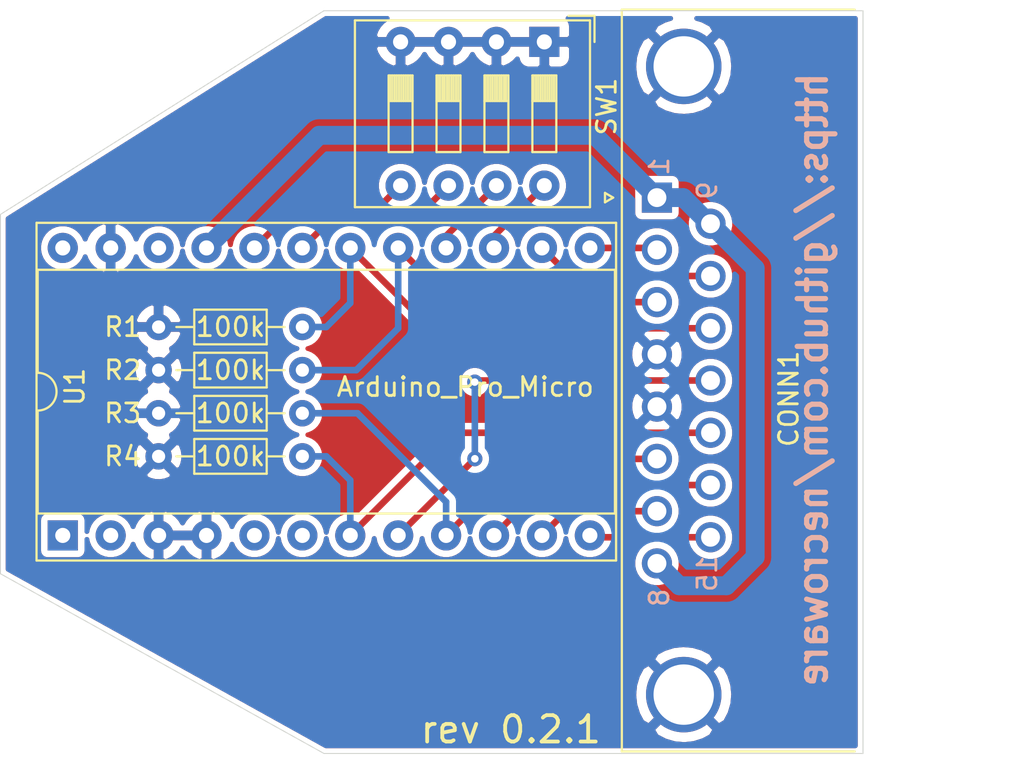
<source format=kicad_pcb>
(kicad_pcb (version 20171130) (host pcbnew 5.1.12)

  (general
    (thickness 1.6)
    (drawings 13)
    (tracks 61)
    (zones 0)
    (modules 8)
    (nets 17)
  )

  (page A4)
  (title_block
    (title "GamePort Adapter")
    (date 2022-01-07)
    (rev 0.2.1)
    (company Necroware)
    (comment 1 "by Scorp")
  )

  (layers
    (0 F.Cu signal)
    (31 B.Cu signal)
    (32 B.Adhes user)
    (33 F.Adhes user)
    (34 B.Paste user)
    (35 F.Paste user)
    (36 B.SilkS user)
    (37 F.SilkS user)
    (38 B.Mask user)
    (39 F.Mask user)
    (40 Dwgs.User user)
    (41 Cmts.User user)
    (42 Eco1.User user)
    (43 Eco2.User user)
    (44 Edge.Cuts user)
    (45 Margin user)
    (46 B.CrtYd user)
    (47 F.CrtYd user)
    (48 B.Fab user)
    (49 F.Fab user)
  )

  (setup
    (last_trace_width 0.35)
    (trace_clearance 0.25)
    (zone_clearance 0.254)
    (zone_45_only no)
    (trace_min 0.2)
    (via_size 0.8)
    (via_drill 0.4)
    (via_min_size 0.4)
    (via_min_drill 0.3)
    (uvia_size 0.3)
    (uvia_drill 0.1)
    (uvias_allowed no)
    (uvia_min_size 0.2)
    (uvia_min_drill 0.1)
    (edge_width 0.05)
    (segment_width 0.2)
    (pcb_text_width 0.3)
    (pcb_text_size 1.5 1.5)
    (mod_edge_width 0.12)
    (mod_text_size 1 1)
    (mod_text_width 0.15)
    (pad_size 1.524 1.524)
    (pad_drill 0.762)
    (pad_to_mask_clearance 0)
    (aux_axis_origin 0 0)
    (visible_elements FFFFFF7F)
    (pcbplotparams
      (layerselection 0x010fc_ffffffff)
      (usegerberextensions false)
      (usegerberattributes false)
      (usegerberadvancedattributes true)
      (creategerberjobfile true)
      (excludeedgelayer true)
      (linewidth 0.100000)
      (plotframeref false)
      (viasonmask false)
      (mode 1)
      (useauxorigin false)
      (hpglpennumber 1)
      (hpglpenspeed 20)
      (hpglpendiameter 15.000000)
      (psnegative false)
      (psa4output false)
      (plotreference true)
      (plotvalue true)
      (plotinvisibletext false)
      (padsonsilk false)
      (subtractmaskfromsilk false)
      (outputformat 1)
      (mirror false)
      (drillshape 0)
      (scaleselection 1)
      (outputdirectory "./gerber"))
  )

  (net 0 "")
  (net 1 VCC)
  (net 2 GND)
  (net 3 Button_4)
  (net 4 Button_3)
  (net 5 AxisY_2)
  (net 6 Button_2)
  (net 7 AxisX_2)
  (net 8 Button_1)
  (net 9 AxisY_1)
  (net 10 AxisX_1)
  (net 11 MIDI_RXD)
  (net 12 MIDI_TXD)
  (net 13 SW3)
  (net 14 SW2)
  (net 15 SW1)
  (net 16 SW4)

  (net_class Default "This is the default net class."
    (clearance 0.25)
    (trace_width 0.35)
    (via_dia 0.8)
    (via_drill 0.4)
    (uvia_dia 0.3)
    (uvia_drill 0.1)
    (add_net AxisX_1)
    (add_net AxisX_2)
    (add_net AxisY_1)
    (add_net AxisY_2)
    (add_net Button_1)
    (add_net Button_2)
    (add_net Button_3)
    (add_net Button_4)
    (add_net MIDI_RXD)
    (add_net MIDI_TXD)
    (add_net SW1)
    (add_net SW2)
    (add_net SW3)
    (add_net SW4)
  )

  (net_class Power ""
    (clearance 0.35)
    (trace_width 1)
    (via_dia 0.8)
    (via_drill 0.4)
    (uvia_dia 0.3)
    (uvia_drill 0.1)
    (add_net GND)
    (add_net VCC)
  )

  (module Symbol:OSHW-Symbol_6.7x6mm_Copper (layer F.Cu) (tedit 6065E847) (tstamp 6065ED26)
    (at 90.932 75.184)
    (descr "Open Source Hardware Symbol")
    (tags "Logo Symbol OSHW")
    (attr virtual)
    (fp_text reference REF** (at 0 0) (layer F.SilkS) hide
      (effects (font (size 1 1) (thickness 0.15)))
    )
    (fp_text value OSHW-Symbol_6.7x6mm_Copper (at 0.75 0) (layer F.Fab) hide
      (effects (font (size 1 1) (thickness 0.15)))
    )
    (fp_poly (pts (xy 0.555814 -2.531069) (xy 0.639635 -2.086445) (xy 0.94892 -1.958947) (xy 1.258206 -1.831449)
      (xy 1.629246 -2.083754) (xy 1.733157 -2.154004) (xy 1.827087 -2.216728) (xy 1.906652 -2.269062)
      (xy 1.96747 -2.308143) (xy 2.005157 -2.331107) (xy 2.015421 -2.336058) (xy 2.03391 -2.323324)
      (xy 2.07342 -2.288118) (xy 2.129522 -2.234938) (xy 2.197787 -2.168282) (xy 2.273786 -2.092646)
      (xy 2.353092 -2.012528) (xy 2.431275 -1.932426) (xy 2.503907 -1.856836) (xy 2.566559 -1.790255)
      (xy 2.614803 -1.737182) (xy 2.64421 -1.702113) (xy 2.651241 -1.690377) (xy 2.641123 -1.66874)
      (xy 2.612759 -1.621338) (xy 2.569129 -1.552807) (xy 2.513218 -1.467785) (xy 2.448006 -1.370907)
      (xy 2.410219 -1.31565) (xy 2.341343 -1.214752) (xy 2.28014 -1.123701) (xy 2.229578 -1.04703)
      (xy 2.192628 -0.989272) (xy 2.172258 -0.954957) (xy 2.169197 -0.947746) (xy 2.176136 -0.927252)
      (xy 2.195051 -0.879487) (xy 2.223087 -0.811168) (xy 2.257391 -0.729011) (xy 2.295109 -0.63973)
      (xy 2.333387 -0.550042) (xy 2.36937 -0.466662) (xy 2.400206 -0.396306) (xy 2.423039 -0.34569)
      (xy 2.435017 -0.321529) (xy 2.435724 -0.320578) (xy 2.454531 -0.315964) (xy 2.504618 -0.305672)
      (xy 2.580793 -0.290713) (xy 2.677865 -0.272099) (xy 2.790643 -0.250841) (xy 2.856442 -0.238582)
      (xy 2.97695 -0.215638) (xy 3.085797 -0.193805) (xy 3.177476 -0.174278) (xy 3.246481 -0.158252)
      (xy 3.287304 -0.146921) (xy 3.295511 -0.143326) (xy 3.303548 -0.118994) (xy 3.310033 -0.064041)
      (xy 3.31497 0.015108) (xy 3.318364 0.112026) (xy 3.320218 0.220287) (xy 3.320538 0.333465)
      (xy 3.319327 0.445135) (xy 3.31659 0.548868) (xy 3.312331 0.638241) (xy 3.306555 0.706826)
      (xy 3.299267 0.748197) (xy 3.294895 0.75681) (xy 3.268764 0.767133) (xy 3.213393 0.781892)
      (xy 3.136107 0.799352) (xy 3.04423 0.81778) (xy 3.012158 0.823741) (xy 2.857524 0.852066)
      (xy 2.735375 0.874876) (xy 2.641673 0.89308) (xy 2.572384 0.907583) (xy 2.523471 0.919292)
      (xy 2.490897 0.929115) (xy 2.470628 0.937956) (xy 2.458626 0.946724) (xy 2.456947 0.948457)
      (xy 2.440184 0.976371) (xy 2.414614 1.030695) (xy 2.382788 1.104777) (xy 2.34726 1.191965)
      (xy 2.310583 1.285608) (xy 2.275311 1.379052) (xy 2.243996 1.465647) (xy 2.219193 1.53874)
      (xy 2.203454 1.591678) (xy 2.199332 1.617811) (xy 2.199676 1.618726) (xy 2.213641 1.640086)
      (xy 2.245322 1.687084) (xy 2.291391 1.754827) (xy 2.348518 1.838423) (xy 2.413373 1.932982)
      (xy 2.431843 1.959854) (xy 2.497699 2.057275) (xy 2.55565 2.146163) (xy 2.602538 2.221412)
      (xy 2.635207 2.27792) (xy 2.6505 2.310581) (xy 2.651241 2.314593) (xy 2.638392 2.335684)
      (xy 2.602888 2.377464) (xy 2.549293 2.435445) (xy 2.482171 2.505135) (xy 2.406087 2.582045)
      (xy 2.325604 2.661683) (xy 2.245287 2.739561) (xy 2.169699 2.811186) (xy 2.103405 2.87207)
      (xy 2.050969 2.917721) (xy 2.016955 2.94365) (xy 2.007545 2.947883) (xy 1.985643 2.937912)
      (xy 1.9408 2.91102) (xy 1.880321 2.871736) (xy 1.833789 2.840117) (xy 1.749475 2.782098)
      (xy 1.649626 2.713784) (xy 1.549473 2.645579) (xy 1.495627 2.609075) (xy 1.313371 2.4858)
      (xy 1.160381 2.56852) (xy 1.090682 2.604759) (xy 1.031414 2.632926) (xy 0.991311 2.648991)
      (xy 0.981103 2.651226) (xy 0.968829 2.634722) (xy 0.944613 2.588082) (xy 0.910263 2.515609)
      (xy 0.867588 2.421606) (xy 0.818394 2.310374) (xy 0.76449 2.186215) (xy 0.707684 2.053432)
      (xy 0.649782 1.916327) (xy 0.592593 1.779202) (xy 0.537924 1.646358) (xy 0.487584 1.522098)
      (xy 0.44338 1.410725) (xy 0.407119 1.316539) (xy 0.380609 1.243844) (xy 0.365658 1.196941)
      (xy 0.363254 1.180833) (xy 0.382311 1.160286) (xy 0.424036 1.126933) (xy 0.479706 1.087702)
      (xy 0.484378 1.084599) (xy 0.628264 0.969423) (xy 0.744283 0.835053) (xy 0.83143 0.685784)
      (xy 0.888699 0.525913) (xy 0.915086 0.359737) (xy 0.909585 0.191552) (xy 0.87119 0.025655)
      (xy 0.798895 -0.133658) (xy 0.777626 -0.168513) (xy 0.666996 -0.309263) (xy 0.536302 -0.422286)
      (xy 0.390064 -0.506997) (xy 0.232808 -0.562806) (xy 0.069057 -0.589126) (xy -0.096667 -0.58537)
      (xy -0.259838 -0.55095) (xy -0.415935 -0.485277) (xy -0.560433 -0.387765) (xy -0.605131 -0.348187)
      (xy -0.718888 -0.224297) (xy -0.801782 -0.093876) (xy -0.858644 0.052315) (xy -0.890313 0.197088)
      (xy -0.898131 0.35986) (xy -0.872062 0.52344) (xy -0.814755 0.682298) (xy -0.728856 0.830906)
      (xy -0.617014 0.963735) (xy -0.481877 1.075256) (xy -0.464117 1.087011) (xy -0.40785 1.125508)
      (xy -0.365077 1.158863) (xy -0.344628 1.18016) (xy -0.344331 1.180833) (xy -0.348721 1.203871)
      (xy -0.366124 1.256157) (xy -0.394732 1.33339) (xy -0.432735 1.431268) (xy -0.478326 1.545491)
      (xy -0.529697 1.671758) (xy -0.585038 1.805767) (xy -0.642542 1.943218) (xy -0.700399 2.079808)
      (xy -0.756802 2.211237) (xy -0.809942 2.333205) (xy -0.85801 2.441409) (xy -0.899199 2.531549)
      (xy -0.931699 2.599323) (xy -0.953703 2.64043) (xy -0.962564 2.651226) (xy -0.98964 2.642819)
      (xy -1.040303 2.620272) (xy -1.105817 2.587613) (xy -1.141841 2.56852) (xy -1.294832 2.4858)
      (xy -1.477088 2.609075) (xy -1.570125 2.672228) (xy -1.671985 2.741727) (xy -1.767438 2.807165)
      (xy -1.81525 2.840117) (xy -1.882495 2.885273) (xy -1.939436 2.921057) (xy -1.978646 2.942938)
      (xy -1.991381 2.947563) (xy -2.009917 2.935085) (xy -2.050941 2.900252) (xy -2.110475 2.846678)
      (xy -2.184542 2.777983) (xy -2.269165 2.697781) (xy -2.322685 2.646286) (xy -2.416319 2.554286)
      (xy -2.497241 2.471999) (xy -2.562177 2.402945) (xy -2.607858 2.350644) (xy -2.631011 2.318616)
      (xy -2.633232 2.312116) (xy -2.622924 2.287394) (xy -2.594439 2.237405) (xy -2.550937 2.167212)
      (xy -2.495577 2.081875) (xy -2.43152 1.986456) (xy -2.413303 1.959854) (xy -2.346927 1.863167)
      (xy -2.287378 1.776117) (xy -2.237984 1.703595) (xy -2.202075 1.650493) (xy -2.182981 1.621703)
      (xy -2.181136 1.618726) (xy -2.183895 1.595782) (xy -2.198538 1.545336) (xy -2.222513 1.474041)
      (xy -2.253266 1.388547) (xy -2.288244 1.295507) (xy -2.324893 1.201574) (xy -2.360661 1.113399)
      (xy -2.392994 1.037634) (xy -2.419338 0.980931) (xy -2.437142 0.949943) (xy -2.438407 0.948457)
      (xy -2.449294 0.939601) (xy -2.467682 0.930843) (xy -2.497606 0.921277) (xy -2.543103 0.909996)
      (xy -2.608209 0.896093) (xy -2.696961 0.878663) (xy -2.813393 0.856798) (xy -2.961542 0.829591)
      (xy -2.993618 0.823741) (xy -3.088686 0.805374) (xy -3.171565 0.787405) (xy -3.23493 0.771569)
      (xy -3.271458 0.7596) (xy -3.276356 0.75681) (xy -3.284427 0.732072) (xy -3.290987 0.67679)
      (xy -3.296033 0.597389) (xy -3.299559 0.500296) (xy -3.301561 0.391938) (xy -3.302036 0.27874)
      (xy -3.300977 0.167128) (xy -3.298382 0.063529) (xy -3.294246 -0.025632) (xy -3.288563 -0.093928)
      (xy -3.281331 -0.134934) (xy -3.276971 -0.143326) (xy -3.252698 -0.151792) (xy -3.197426 -0.165565)
      (xy -3.116662 -0.18345) (xy -3.015912 -0.204252) (xy -2.900683 -0.226777) (xy -2.837902 -0.238582)
      (xy -2.718787 -0.260849) (xy -2.612565 -0.281021) (xy -2.524427 -0.298085) (xy -2.459566 -0.311031)
      (xy -2.423174 -0.318845) (xy -2.417184 -0.320578) (xy -2.407061 -0.34011) (xy -2.385662 -0.387157)
      (xy -2.355839 -0.454997) (xy -2.320445 -0.536909) (xy -2.282332 -0.626172) (xy -2.244353 -0.716065)
      (xy -2.20936 -0.799865) (xy -2.180206 -0.870853) (xy -2.159743 -0.922306) (xy -2.150823 -0.947503)
      (xy -2.150657 -0.948604) (xy -2.160769 -0.968481) (xy -2.189117 -1.014223) (xy -2.232723 -1.081283)
      (xy -2.288606 -1.165116) (xy -2.353787 -1.261174) (xy -2.391679 -1.31635) (xy -2.460725 -1.417519)
      (xy -2.52205 -1.50937) (xy -2.572663 -1.587256) (xy -2.609571 -1.646531) (xy -2.629782 -1.682549)
      (xy -2.632701 -1.690623) (xy -2.620153 -1.709416) (xy -2.585463 -1.749543) (xy -2.533063 -1.806507)
      (xy -2.467384 -1.875815) (xy -2.392856 -1.952969) (xy -2.313913 -2.033475) (xy -2.234983 -2.112837)
      (xy -2.1605 -2.18656) (xy -2.094894 -2.250148) (xy -2.042596 -2.299106) (xy -2.008039 -2.328939)
      (xy -1.996478 -2.336058) (xy -1.977654 -2.326047) (xy -1.932631 -2.297922) (xy -1.865787 -2.254546)
      (xy -1.781499 -2.198782) (xy -1.684144 -2.133494) (xy -1.610707 -2.083754) (xy -1.239667 -1.831449)
      (xy -0.621095 -2.086445) (xy -0.537275 -2.531069) (xy -0.453454 -2.975693) (xy 0.471994 -2.975693)
      (xy 0.555814 -2.531069)) (layer F.Mask) (width 0.01))
  )

  (module Package_DIP:DIP-24_W15.24mm_Socket (layer F.Cu) (tedit 5A02E8C5) (tstamp 607E8134)
    (at 80.137 96.393 90)
    (descr "24-lead though-hole mounted DIP package, row spacing 15.24 mm (600 mils), Socket")
    (tags "THT DIP DIL PDIP 2.54mm 15.24mm 600mil Socket")
    (path /5FF74419)
    (fp_text reference U1 (at 7.874 0.635 90) (layer F.SilkS)
      (effects (font (size 1 1) (thickness 0.15)))
    )
    (fp_text value Arduino_Pro_Micro (at 7.874 21.336 180) (layer F.SilkS)
      (effects (font (size 1 1) (thickness 0.15)))
    )
    (fp_line (start 16.8 -1.6) (end -1.55 -1.6) (layer F.CrtYd) (width 0.05))
    (fp_line (start 16.8 29.55) (end 16.8 -1.6) (layer F.CrtYd) (width 0.05))
    (fp_line (start -1.55 29.55) (end 16.8 29.55) (layer F.CrtYd) (width 0.05))
    (fp_line (start -1.55 -1.6) (end -1.55 29.55) (layer F.CrtYd) (width 0.05))
    (fp_line (start 16.57 -1.39) (end -1.33 -1.39) (layer F.SilkS) (width 0.12))
    (fp_line (start 16.57 29.33) (end 16.57 -1.39) (layer F.SilkS) (width 0.12))
    (fp_line (start -1.33 29.33) (end 16.57 29.33) (layer F.SilkS) (width 0.12))
    (fp_line (start -1.33 -1.39) (end -1.33 29.33) (layer F.SilkS) (width 0.12))
    (fp_line (start 14.08 -1.33) (end 8.62 -1.33) (layer F.SilkS) (width 0.12))
    (fp_line (start 14.08 29.27) (end 14.08 -1.33) (layer F.SilkS) (width 0.12))
    (fp_line (start 1.16 29.27) (end 14.08 29.27) (layer F.SilkS) (width 0.12))
    (fp_line (start 1.16 -1.33) (end 1.16 29.27) (layer F.SilkS) (width 0.12))
    (fp_line (start 6.62 -1.33) (end 1.16 -1.33) (layer F.SilkS) (width 0.12))
    (fp_line (start 16.51 -1.33) (end -1.27 -1.33) (layer F.Fab) (width 0.1))
    (fp_line (start 16.51 29.27) (end 16.51 -1.33) (layer F.Fab) (width 0.1))
    (fp_line (start -1.27 29.27) (end 16.51 29.27) (layer F.Fab) (width 0.1))
    (fp_line (start -1.27 -1.33) (end -1.27 29.27) (layer F.Fab) (width 0.1))
    (fp_line (start 0.255 -0.27) (end 1.255 -1.27) (layer F.Fab) (width 0.1))
    (fp_line (start 0.255 29.21) (end 0.255 -0.27) (layer F.Fab) (width 0.1))
    (fp_line (start 14.985 29.21) (end 0.255 29.21) (layer F.Fab) (width 0.1))
    (fp_line (start 14.985 -1.27) (end 14.985 29.21) (layer F.Fab) (width 0.1))
    (fp_line (start 1.255 -1.27) (end 14.985 -1.27) (layer F.Fab) (width 0.1))
    (fp_text user %R (at 7.62 2.794 90) (layer F.Fab) hide
      (effects (font (size 1 1) (thickness 0.15)))
    )
    (fp_arc (start 7.62 -1.33) (end 6.62 -1.33) (angle -180) (layer F.SilkS) (width 0.12))
    (pad 24 thru_hole oval (at 15.24 0 90) (size 1.6 1.6) (drill 0.8) (layers *.Cu *.Mask))
    (pad 12 thru_hole oval (at 0 27.94 90) (size 1.6 1.6) (drill 0.8) (layers *.Cu *.Mask)
      (net 11 MIDI_RXD))
    (pad 23 thru_hole oval (at 15.24 2.54 90) (size 1.6 1.6) (drill 0.8) (layers *.Cu *.Mask)
      (net 2 GND))
    (pad 11 thru_hole oval (at 0 25.4 90) (size 1.6 1.6) (drill 0.8) (layers *.Cu *.Mask)
      (net 6 Button_2))
    (pad 22 thru_hole oval (at 15.24 5.08 90) (size 1.6 1.6) (drill 0.8) (layers *.Cu *.Mask))
    (pad 10 thru_hole oval (at 0 22.86 90) (size 1.6 1.6) (drill 0.8) (layers *.Cu *.Mask)
      (net 3 Button_4))
    (pad 21 thru_hole oval (at 15.24 7.62 90) (size 1.6 1.6) (drill 0.8) (layers *.Cu *.Mask)
      (net 1 VCC))
    (pad 9 thru_hole oval (at 0 20.32 90) (size 1.6 1.6) (drill 0.8) (layers *.Cu *.Mask)
      (net 9 AxisY_1))
    (pad 20 thru_hole oval (at 15.24 10.16 90) (size 1.6 1.6) (drill 0.8) (layers *.Cu *.Mask)
      (net 16 SW4))
    (pad 8 thru_hole oval (at 0 17.78 90) (size 1.6 1.6) (drill 0.8) (layers *.Cu *.Mask)
      (net 12 MIDI_TXD))
    (pad 19 thru_hole oval (at 15.24 12.7 90) (size 1.6 1.6) (drill 0.8) (layers *.Cu *.Mask)
      (net 13 SW3))
    (pad 7 thru_hole oval (at 0 15.24 90) (size 1.6 1.6) (drill 0.8) (layers *.Cu *.Mask)
      (net 5 AxisY_2))
    (pad 18 thru_hole oval (at 15.24 15.24 90) (size 1.6 1.6) (drill 0.8) (layers *.Cu *.Mask)
      (net 7 AxisX_2))
    (pad 6 thru_hole oval (at 0 12.7 90) (size 1.6 1.6) (drill 0.8) (layers *.Cu *.Mask))
    (pad 17 thru_hole oval (at 15.24 17.78 90) (size 1.6 1.6) (drill 0.8) (layers *.Cu *.Mask)
      (net 10 AxisX_1))
    (pad 5 thru_hole oval (at 0 10.16 90) (size 1.6 1.6) (drill 0.8) (layers *.Cu *.Mask))
    (pad 16 thru_hole oval (at 15.24 20.32 90) (size 1.6 1.6) (drill 0.8) (layers *.Cu *.Mask)
      (net 14 SW2))
    (pad 4 thru_hole oval (at 0 7.62 90) (size 1.6 1.6) (drill 0.8) (layers *.Cu *.Mask)
      (net 2 GND))
    (pad 15 thru_hole oval (at 15.24 22.86 90) (size 1.6 1.6) (drill 0.8) (layers *.Cu *.Mask)
      (net 15 SW1))
    (pad 3 thru_hole oval (at 0 5.08 90) (size 1.6 1.6) (drill 0.8) (layers *.Cu *.Mask)
      (net 2 GND))
    (pad 14 thru_hole oval (at 15.24 25.4 90) (size 1.6 1.6) (drill 0.8) (layers *.Cu *.Mask)
      (net 4 Button_3))
    (pad 2 thru_hole oval (at 0 2.54 90) (size 1.6 1.6) (drill 0.8) (layers *.Cu *.Mask))
    (pad 13 thru_hole oval (at 15.24 27.94 90) (size 1.6 1.6) (drill 0.8) (layers *.Cu *.Mask)
      (net 8 Button_1))
    (pad 1 thru_hole rect (at 0 0 90) (size 1.6 1.6) (drill 0.8) (layers *.Cu *.Mask))
    (model ${KISYS3DMOD}/Package_DIP.3dshapes/DIP-24_W15.24mm_Socket.wrl
      (at (xyz 0 0 0))
      (scale (xyz 1 1 1))
      (rotate (xyz 0 0 0))
    )
  )

  (module Button_Switch_THT:SW_DIP_SPSTx04_Slide_9.78x12.34mm_W7.62mm_P2.54mm (layer F.Cu) (tedit 5A4E1404) (tstamp 60871CFC)
    (at 105.664 70.231 270)
    (descr "4x-dip-switch SPST , Slide, row spacing 7.62 mm (300 mils), body size 9.78x12.34mm (see e.g. https://www.ctscorp.com/wp-content/uploads/206-208.pdf)")
    (tags "DIP Switch SPST Slide 7.62mm 300mil")
    (path /5FF7E601)
    (fp_text reference SW1 (at 3.429 -3.302 90) (layer F.SilkS)
      (effects (font (size 1 1) (thickness 0.15)))
    )
    (fp_text value SW_DIP_x04 (at 3.81 11.04 90) (layer F.Fab)
      (effects (font (size 1 1) (thickness 0.15)))
    )
    (fp_line (start 8.95 -2.7) (end -1.35 -2.7) (layer F.CrtYd) (width 0.05))
    (fp_line (start 8.95 10.3) (end 8.95 -2.7) (layer F.CrtYd) (width 0.05))
    (fp_line (start -1.35 10.3) (end 8.95 10.3) (layer F.CrtYd) (width 0.05))
    (fp_line (start -1.35 -2.7) (end -1.35 10.3) (layer F.CrtYd) (width 0.05))
    (fp_line (start 3.133333 6.985) (end 3.133333 8.255) (layer F.SilkS) (width 0.12))
    (fp_line (start 1.78 8.185) (end 3.133333 8.185) (layer F.SilkS) (width 0.12))
    (fp_line (start 1.78 8.065) (end 3.133333 8.065) (layer F.SilkS) (width 0.12))
    (fp_line (start 1.78 7.945) (end 3.133333 7.945) (layer F.SilkS) (width 0.12))
    (fp_line (start 1.78 7.825) (end 3.133333 7.825) (layer F.SilkS) (width 0.12))
    (fp_line (start 1.78 7.705) (end 3.133333 7.705) (layer F.SilkS) (width 0.12))
    (fp_line (start 1.78 7.585) (end 3.133333 7.585) (layer F.SilkS) (width 0.12))
    (fp_line (start 1.78 7.465) (end 3.133333 7.465) (layer F.SilkS) (width 0.12))
    (fp_line (start 1.78 7.345) (end 3.133333 7.345) (layer F.SilkS) (width 0.12))
    (fp_line (start 1.78 7.225) (end 3.133333 7.225) (layer F.SilkS) (width 0.12))
    (fp_line (start 1.78 7.105) (end 3.133333 7.105) (layer F.SilkS) (width 0.12))
    (fp_line (start 5.84 6.985) (end 1.78 6.985) (layer F.SilkS) (width 0.12))
    (fp_line (start 5.84 8.255) (end 5.84 6.985) (layer F.SilkS) (width 0.12))
    (fp_line (start 1.78 8.255) (end 5.84 8.255) (layer F.SilkS) (width 0.12))
    (fp_line (start 1.78 6.985) (end 1.78 8.255) (layer F.SilkS) (width 0.12))
    (fp_line (start 3.133333 4.445) (end 3.133333 5.715) (layer F.SilkS) (width 0.12))
    (fp_line (start 1.78 5.645) (end 3.133333 5.645) (layer F.SilkS) (width 0.12))
    (fp_line (start 1.78 5.525) (end 3.133333 5.525) (layer F.SilkS) (width 0.12))
    (fp_line (start 1.78 5.405) (end 3.133333 5.405) (layer F.SilkS) (width 0.12))
    (fp_line (start 1.78 5.285) (end 3.133333 5.285) (layer F.SilkS) (width 0.12))
    (fp_line (start 1.78 5.165) (end 3.133333 5.165) (layer F.SilkS) (width 0.12))
    (fp_line (start 1.78 5.045) (end 3.133333 5.045) (layer F.SilkS) (width 0.12))
    (fp_line (start 1.78 4.925) (end 3.133333 4.925) (layer F.SilkS) (width 0.12))
    (fp_line (start 1.78 4.805) (end 3.133333 4.805) (layer F.SilkS) (width 0.12))
    (fp_line (start 1.78 4.685) (end 3.133333 4.685) (layer F.SilkS) (width 0.12))
    (fp_line (start 1.78 4.565) (end 3.133333 4.565) (layer F.SilkS) (width 0.12))
    (fp_line (start 5.84 4.445) (end 1.78 4.445) (layer F.SilkS) (width 0.12))
    (fp_line (start 5.84 5.715) (end 5.84 4.445) (layer F.SilkS) (width 0.12))
    (fp_line (start 1.78 5.715) (end 5.84 5.715) (layer F.SilkS) (width 0.12))
    (fp_line (start 1.78 4.445) (end 1.78 5.715) (layer F.SilkS) (width 0.12))
    (fp_line (start 3.133333 1.905) (end 3.133333 3.175) (layer F.SilkS) (width 0.12))
    (fp_line (start 1.78 3.105) (end 3.133333 3.105) (layer F.SilkS) (width 0.12))
    (fp_line (start 1.78 2.985) (end 3.133333 2.985) (layer F.SilkS) (width 0.12))
    (fp_line (start 1.78 2.865) (end 3.133333 2.865) (layer F.SilkS) (width 0.12))
    (fp_line (start 1.78 2.745) (end 3.133333 2.745) (layer F.SilkS) (width 0.12))
    (fp_line (start 1.78 2.625) (end 3.133333 2.625) (layer F.SilkS) (width 0.12))
    (fp_line (start 1.78 2.505) (end 3.133333 2.505) (layer F.SilkS) (width 0.12))
    (fp_line (start 1.78 2.385) (end 3.133333 2.385) (layer F.SilkS) (width 0.12))
    (fp_line (start 1.78 2.265) (end 3.133333 2.265) (layer F.SilkS) (width 0.12))
    (fp_line (start 1.78 2.145) (end 3.133333 2.145) (layer F.SilkS) (width 0.12))
    (fp_line (start 1.78 2.025) (end 3.133333 2.025) (layer F.SilkS) (width 0.12))
    (fp_line (start 5.84 1.905) (end 1.78 1.905) (layer F.SilkS) (width 0.12))
    (fp_line (start 5.84 3.175) (end 5.84 1.905) (layer F.SilkS) (width 0.12))
    (fp_line (start 1.78 3.175) (end 5.84 3.175) (layer F.SilkS) (width 0.12))
    (fp_line (start 1.78 1.905) (end 1.78 3.175) (layer F.SilkS) (width 0.12))
    (fp_line (start 3.133333 -0.635) (end 3.133333 0.635) (layer F.SilkS) (width 0.12))
    (fp_line (start 1.78 0.565) (end 3.133333 0.565) (layer F.SilkS) (width 0.12))
    (fp_line (start 1.78 0.445) (end 3.133333 0.445) (layer F.SilkS) (width 0.12))
    (fp_line (start 1.78 0.325) (end 3.133333 0.325) (layer F.SilkS) (width 0.12))
    (fp_line (start 1.78 0.205) (end 3.133333 0.205) (layer F.SilkS) (width 0.12))
    (fp_line (start 1.78 0.085) (end 3.133333 0.085) (layer F.SilkS) (width 0.12))
    (fp_line (start 1.78 -0.035) (end 3.133333 -0.035) (layer F.SilkS) (width 0.12))
    (fp_line (start 1.78 -0.155) (end 3.133333 -0.155) (layer F.SilkS) (width 0.12))
    (fp_line (start 1.78 -0.275) (end 3.133333 -0.275) (layer F.SilkS) (width 0.12))
    (fp_line (start 1.78 -0.395) (end 3.133333 -0.395) (layer F.SilkS) (width 0.12))
    (fp_line (start 1.78 -0.515) (end 3.133333 -0.515) (layer F.SilkS) (width 0.12))
    (fp_line (start 5.84 -0.635) (end 1.78 -0.635) (layer F.SilkS) (width 0.12))
    (fp_line (start 5.84 0.635) (end 5.84 -0.635) (layer F.SilkS) (width 0.12))
    (fp_line (start 1.78 0.635) (end 5.84 0.635) (layer F.SilkS) (width 0.12))
    (fp_line (start 1.78 -0.635) (end 1.78 0.635) (layer F.SilkS) (width 0.12))
    (fp_line (start -1.38 -2.66) (end -1.38 -1.277) (layer F.SilkS) (width 0.12))
    (fp_line (start -1.38 -2.66) (end 0.004 -2.66) (layer F.SilkS) (width 0.12))
    (fp_line (start 8.76 -2.42) (end 8.76 10.04) (layer F.SilkS) (width 0.12))
    (fp_line (start -1.14 -2.42) (end -1.14 10.04) (layer F.SilkS) (width 0.12))
    (fp_line (start -1.14 10.04) (end 8.76 10.04) (layer F.SilkS) (width 0.12))
    (fp_line (start -1.14 -2.42) (end 8.76 -2.42) (layer F.SilkS) (width 0.12))
    (fp_line (start 3.133333 6.985) (end 3.133333 8.255) (layer F.Fab) (width 0.1))
    (fp_line (start 1.78 8.185) (end 3.133333 8.185) (layer F.Fab) (width 0.1))
    (fp_line (start 1.78 8.085) (end 3.133333 8.085) (layer F.Fab) (width 0.1))
    (fp_line (start 1.78 7.985) (end 3.133333 7.985) (layer F.Fab) (width 0.1))
    (fp_line (start 1.78 7.885) (end 3.133333 7.885) (layer F.Fab) (width 0.1))
    (fp_line (start 1.78 7.785) (end 3.133333 7.785) (layer F.Fab) (width 0.1))
    (fp_line (start 1.78 7.685) (end 3.133333 7.685) (layer F.Fab) (width 0.1))
    (fp_line (start 1.78 7.585) (end 3.133333 7.585) (layer F.Fab) (width 0.1))
    (fp_line (start 1.78 7.485) (end 3.133333 7.485) (layer F.Fab) (width 0.1))
    (fp_line (start 1.78 7.385) (end 3.133333 7.385) (layer F.Fab) (width 0.1))
    (fp_line (start 1.78 7.285) (end 3.133333 7.285) (layer F.Fab) (width 0.1))
    (fp_line (start 1.78 7.185) (end 3.133333 7.185) (layer F.Fab) (width 0.1))
    (fp_line (start 1.78 7.085) (end 3.133333 7.085) (layer F.Fab) (width 0.1))
    (fp_line (start 5.84 6.985) (end 1.78 6.985) (layer F.Fab) (width 0.1))
    (fp_line (start 5.84 8.255) (end 5.84 6.985) (layer F.Fab) (width 0.1))
    (fp_line (start 1.78 8.255) (end 5.84 8.255) (layer F.Fab) (width 0.1))
    (fp_line (start 1.78 6.985) (end 1.78 8.255) (layer F.Fab) (width 0.1))
    (fp_line (start 3.133333 4.445) (end 3.133333 5.715) (layer F.Fab) (width 0.1))
    (fp_line (start 1.78 5.645) (end 3.133333 5.645) (layer F.Fab) (width 0.1))
    (fp_line (start 1.78 5.545) (end 3.133333 5.545) (layer F.Fab) (width 0.1))
    (fp_line (start 1.78 5.445) (end 3.133333 5.445) (layer F.Fab) (width 0.1))
    (fp_line (start 1.78 5.345) (end 3.133333 5.345) (layer F.Fab) (width 0.1))
    (fp_line (start 1.78 5.245) (end 3.133333 5.245) (layer F.Fab) (width 0.1))
    (fp_line (start 1.78 5.145) (end 3.133333 5.145) (layer F.Fab) (width 0.1))
    (fp_line (start 1.78 5.045) (end 3.133333 5.045) (layer F.Fab) (width 0.1))
    (fp_line (start 1.78 4.945) (end 3.133333 4.945) (layer F.Fab) (width 0.1))
    (fp_line (start 1.78 4.845) (end 3.133333 4.845) (layer F.Fab) (width 0.1))
    (fp_line (start 1.78 4.745) (end 3.133333 4.745) (layer F.Fab) (width 0.1))
    (fp_line (start 1.78 4.645) (end 3.133333 4.645) (layer F.Fab) (width 0.1))
    (fp_line (start 1.78 4.545) (end 3.133333 4.545) (layer F.Fab) (width 0.1))
    (fp_line (start 5.84 4.445) (end 1.78 4.445) (layer F.Fab) (width 0.1))
    (fp_line (start 5.84 5.715) (end 5.84 4.445) (layer F.Fab) (width 0.1))
    (fp_line (start 1.78 5.715) (end 5.84 5.715) (layer F.Fab) (width 0.1))
    (fp_line (start 1.78 4.445) (end 1.78 5.715) (layer F.Fab) (width 0.1))
    (fp_line (start 3.133333 1.905) (end 3.133333 3.175) (layer F.Fab) (width 0.1))
    (fp_line (start 1.78 3.105) (end 3.133333 3.105) (layer F.Fab) (width 0.1))
    (fp_line (start 1.78 3.005) (end 3.133333 3.005) (layer F.Fab) (width 0.1))
    (fp_line (start 1.78 2.905) (end 3.133333 2.905) (layer F.Fab) (width 0.1))
    (fp_line (start 1.78 2.805) (end 3.133333 2.805) (layer F.Fab) (width 0.1))
    (fp_line (start 1.78 2.705) (end 3.133333 2.705) (layer F.Fab) (width 0.1))
    (fp_line (start 1.78 2.605) (end 3.133333 2.605) (layer F.Fab) (width 0.1))
    (fp_line (start 1.78 2.505) (end 3.133333 2.505) (layer F.Fab) (width 0.1))
    (fp_line (start 1.78 2.405) (end 3.133333 2.405) (layer F.Fab) (width 0.1))
    (fp_line (start 1.78 2.305) (end 3.133333 2.305) (layer F.Fab) (width 0.1))
    (fp_line (start 1.78 2.205) (end 3.133333 2.205) (layer F.Fab) (width 0.1))
    (fp_line (start 1.78 2.105) (end 3.133333 2.105) (layer F.Fab) (width 0.1))
    (fp_line (start 1.78 2.005) (end 3.133333 2.005) (layer F.Fab) (width 0.1))
    (fp_line (start 5.84 1.905) (end 1.78 1.905) (layer F.Fab) (width 0.1))
    (fp_line (start 5.84 3.175) (end 5.84 1.905) (layer F.Fab) (width 0.1))
    (fp_line (start 1.78 3.175) (end 5.84 3.175) (layer F.Fab) (width 0.1))
    (fp_line (start 1.78 1.905) (end 1.78 3.175) (layer F.Fab) (width 0.1))
    (fp_line (start 3.133333 -0.635) (end 3.133333 0.635) (layer F.Fab) (width 0.1))
    (fp_line (start 1.78 0.565) (end 3.133333 0.565) (layer F.Fab) (width 0.1))
    (fp_line (start 1.78 0.465) (end 3.133333 0.465) (layer F.Fab) (width 0.1))
    (fp_line (start 1.78 0.365) (end 3.133333 0.365) (layer F.Fab) (width 0.1))
    (fp_line (start 1.78 0.265) (end 3.133333 0.265) (layer F.Fab) (width 0.1))
    (fp_line (start 1.78 0.165) (end 3.133333 0.165) (layer F.Fab) (width 0.1))
    (fp_line (start 1.78 0.065) (end 3.133333 0.065) (layer F.Fab) (width 0.1))
    (fp_line (start 1.78 -0.035) (end 3.133333 -0.035) (layer F.Fab) (width 0.1))
    (fp_line (start 1.78 -0.135) (end 3.133333 -0.135) (layer F.Fab) (width 0.1))
    (fp_line (start 1.78 -0.235) (end 3.133333 -0.235) (layer F.Fab) (width 0.1))
    (fp_line (start 1.78 -0.335) (end 3.133333 -0.335) (layer F.Fab) (width 0.1))
    (fp_line (start 1.78 -0.435) (end 3.133333 -0.435) (layer F.Fab) (width 0.1))
    (fp_line (start 1.78 -0.535) (end 3.133333 -0.535) (layer F.Fab) (width 0.1))
    (fp_line (start 5.84 -0.635) (end 1.78 -0.635) (layer F.Fab) (width 0.1))
    (fp_line (start 5.84 0.635) (end 5.84 -0.635) (layer F.Fab) (width 0.1))
    (fp_line (start 1.78 0.635) (end 5.84 0.635) (layer F.Fab) (width 0.1))
    (fp_line (start 1.78 -0.635) (end 1.78 0.635) (layer F.Fab) (width 0.1))
    (fp_line (start -1.08 -1.36) (end -0.08 -2.36) (layer F.Fab) (width 0.1))
    (fp_line (start -1.08 9.98) (end -1.08 -1.36) (layer F.Fab) (width 0.1))
    (fp_line (start 8.7 9.98) (end -1.08 9.98) (layer F.Fab) (width 0.1))
    (fp_line (start 8.7 -2.36) (end 8.7 9.98) (layer F.Fab) (width 0.1))
    (fp_line (start -0.08 -2.36) (end 8.7 -2.36) (layer F.Fab) (width 0.1))
    (fp_text user on (at 5.365 -1.4975 90) (layer F.Fab)
      (effects (font (size 0.8 0.8) (thickness 0.12)))
    )
    (fp_text user %R (at 7.27 3.81) (layer F.Fab)
      (effects (font (size 0.8 0.8) (thickness 0.12)))
    )
    (pad 8 thru_hole oval (at 7.62 0 270) (size 1.6 1.6) (drill 0.8) (layers *.Cu *.Mask)
      (net 15 SW1))
    (pad 4 thru_hole oval (at 0 7.62 270) (size 1.6 1.6) (drill 0.8) (layers *.Cu *.Mask)
      (net 2 GND))
    (pad 7 thru_hole oval (at 7.62 2.54 270) (size 1.6 1.6) (drill 0.8) (layers *.Cu *.Mask)
      (net 14 SW2))
    (pad 3 thru_hole oval (at 0 5.08 270) (size 1.6 1.6) (drill 0.8) (layers *.Cu *.Mask)
      (net 2 GND))
    (pad 6 thru_hole oval (at 7.62 5.08 270) (size 1.6 1.6) (drill 0.8) (layers *.Cu *.Mask)
      (net 13 SW3))
    (pad 2 thru_hole oval (at 0 2.54 270) (size 1.6 1.6) (drill 0.8) (layers *.Cu *.Mask)
      (net 2 GND))
    (pad 5 thru_hole oval (at 7.62 7.62 270) (size 1.6 1.6) (drill 0.8) (layers *.Cu *.Mask)
      (net 16 SW4))
    (pad 1 thru_hole rect (at 0 0 270) (size 1.6 1.6) (drill 0.8) (layers *.Cu *.Mask)
      (net 2 GND))
    (model ${KISYS3DMOD}/Button_Switch_THT.3dshapes/SW_DIP_SPSTx04_Slide_9.78x12.34mm_W7.62mm_P2.54mm.wrl
      (at (xyz 0 0 0))
      (scale (xyz 1 1 1))
      (rotate (xyz 0 0 90))
    )
  )

  (module Resistor_THT:R_Axial_DIN0204_L3.6mm_D1.6mm_P7.62mm_Horizontal (layer F.Cu) (tedit 5AE5139B) (tstamp 604BD764)
    (at 85.217 92.202)
    (descr "Resistor, Axial_DIN0204 series, Axial, Horizontal, pin pitch=7.62mm, 0.167W, length*diameter=3.6*1.6mm^2, http://cdn-reichelt.de/documents/datenblatt/B400/1_4W%23YAG.pdf")
    (tags "Resistor Axial_DIN0204 series Axial Horizontal pin pitch 7.62mm 0.167W length 3.6mm diameter 1.6mm")
    (path /604C282A)
    (fp_text reference R4 (at -1.905 0) (layer F.SilkS)
      (effects (font (size 1 1) (thickness 0.15)))
    )
    (fp_text value 100k (at 3.81 0) (layer F.SilkS)
      (effects (font (size 1 1) (thickness 0.15)))
    )
    (fp_line (start 8.57 -1.05) (end -0.95 -1.05) (layer F.CrtYd) (width 0.05))
    (fp_line (start 8.57 1.05) (end 8.57 -1.05) (layer F.CrtYd) (width 0.05))
    (fp_line (start -0.95 1.05) (end 8.57 1.05) (layer F.CrtYd) (width 0.05))
    (fp_line (start -0.95 -1.05) (end -0.95 1.05) (layer F.CrtYd) (width 0.05))
    (fp_line (start 6.68 0) (end 5.73 0) (layer F.SilkS) (width 0.12))
    (fp_line (start 0.94 0) (end 1.89 0) (layer F.SilkS) (width 0.12))
    (fp_line (start 5.73 -0.92) (end 1.89 -0.92) (layer F.SilkS) (width 0.12))
    (fp_line (start 5.73 0.92) (end 5.73 -0.92) (layer F.SilkS) (width 0.12))
    (fp_line (start 1.89 0.92) (end 5.73 0.92) (layer F.SilkS) (width 0.12))
    (fp_line (start 1.89 -0.92) (end 1.89 0.92) (layer F.SilkS) (width 0.12))
    (fp_line (start 7.62 0) (end 5.61 0) (layer F.Fab) (width 0.1))
    (fp_line (start 0 0) (end 2.01 0) (layer F.Fab) (width 0.1))
    (fp_line (start 5.61 -0.8) (end 2.01 -0.8) (layer F.Fab) (width 0.1))
    (fp_line (start 5.61 0.8) (end 5.61 -0.8) (layer F.Fab) (width 0.1))
    (fp_line (start 2.01 0.8) (end 5.61 0.8) (layer F.Fab) (width 0.1))
    (fp_line (start 2.01 -0.8) (end 2.01 0.8) (layer F.Fab) (width 0.1))
    (fp_text user %R (at 3.81 0) (layer F.Fab)
      (effects (font (size 0.72 0.72) (thickness 0.108)))
    )
    (pad 2 thru_hole oval (at 7.62 0) (size 1.4 1.4) (drill 0.7) (layers *.Cu *.Mask)
      (net 5 AxisY_2))
    (pad 1 thru_hole circle (at 0 0) (size 1.4 1.4) (drill 0.7) (layers *.Cu *.Mask)
      (net 2 GND))
    (model ${KISYS3DMOD}/Resistor_THT.3dshapes/R_Axial_DIN0204_L3.6mm_D1.6mm_P7.62mm_Horizontal.wrl
      (at (xyz 0 0 0))
      (scale (xyz 1 1 1))
      (rotate (xyz 0 0 0))
    )
  )

  (module Resistor_THT:R_Axial_DIN0204_L3.6mm_D1.6mm_P7.62mm_Horizontal (layer F.Cu) (tedit 5AE5139B) (tstamp 604BD74D)
    (at 92.837 89.916 180)
    (descr "Resistor, Axial_DIN0204 series, Axial, Horizontal, pin pitch=7.62mm, 0.167W, length*diameter=3.6*1.6mm^2, http://cdn-reichelt.de/documents/datenblatt/B400/1_4W%23YAG.pdf")
    (tags "Resistor Axial_DIN0204 series Axial Horizontal pin pitch 7.62mm 0.167W length 3.6mm diameter 1.6mm")
    (path /604C20F3)
    (fp_text reference R3 (at 9.525 0) (layer F.SilkS)
      (effects (font (size 1 1) (thickness 0.15)))
    )
    (fp_text value 100k (at 3.81 0) (layer F.SilkS)
      (effects (font (size 1 1) (thickness 0.15)))
    )
    (fp_line (start 8.57 -1.05) (end -0.95 -1.05) (layer F.CrtYd) (width 0.05))
    (fp_line (start 8.57 1.05) (end 8.57 -1.05) (layer F.CrtYd) (width 0.05))
    (fp_line (start -0.95 1.05) (end 8.57 1.05) (layer F.CrtYd) (width 0.05))
    (fp_line (start -0.95 -1.05) (end -0.95 1.05) (layer F.CrtYd) (width 0.05))
    (fp_line (start 6.68 0) (end 5.73 0) (layer F.SilkS) (width 0.12))
    (fp_line (start 0.94 0) (end 1.89 0) (layer F.SilkS) (width 0.12))
    (fp_line (start 5.73 -0.92) (end 1.89 -0.92) (layer F.SilkS) (width 0.12))
    (fp_line (start 5.73 0.92) (end 5.73 -0.92) (layer F.SilkS) (width 0.12))
    (fp_line (start 1.89 0.92) (end 5.73 0.92) (layer F.SilkS) (width 0.12))
    (fp_line (start 1.89 -0.92) (end 1.89 0.92) (layer F.SilkS) (width 0.12))
    (fp_line (start 7.62 0) (end 5.61 0) (layer F.Fab) (width 0.1))
    (fp_line (start 0 0) (end 2.01 0) (layer F.Fab) (width 0.1))
    (fp_line (start 5.61 -0.8) (end 2.01 -0.8) (layer F.Fab) (width 0.1))
    (fp_line (start 5.61 0.8) (end 5.61 -0.8) (layer F.Fab) (width 0.1))
    (fp_line (start 2.01 0.8) (end 5.61 0.8) (layer F.Fab) (width 0.1))
    (fp_line (start 2.01 -0.8) (end 2.01 0.8) (layer F.Fab) (width 0.1))
    (fp_text user %R (at 3.81 0) (layer F.Fab)
      (effects (font (size 0.72 0.72) (thickness 0.108)))
    )
    (pad 2 thru_hole oval (at 7.62 0 180) (size 1.4 1.4) (drill 0.7) (layers *.Cu *.Mask)
      (net 2 GND))
    (pad 1 thru_hole circle (at 0 0 180) (size 1.4 1.4) (drill 0.7) (layers *.Cu *.Mask)
      (net 9 AxisY_1))
    (model ${KISYS3DMOD}/Resistor_THT.3dshapes/R_Axial_DIN0204_L3.6mm_D1.6mm_P7.62mm_Horizontal.wrl
      (at (xyz 0 0 0))
      (scale (xyz 1 1 1))
      (rotate (xyz 0 0 0))
    )
  )

  (module Resistor_THT:R_Axial_DIN0204_L3.6mm_D1.6mm_P7.62mm_Horizontal (layer F.Cu) (tedit 5AE5139B) (tstamp 604BD736)
    (at 85.217 87.63)
    (descr "Resistor, Axial_DIN0204 series, Axial, Horizontal, pin pitch=7.62mm, 0.167W, length*diameter=3.6*1.6mm^2, http://cdn-reichelt.de/documents/datenblatt/B400/1_4W%23YAG.pdf")
    (tags "Resistor Axial_DIN0204 series Axial Horizontal pin pitch 7.62mm 0.167W length 3.6mm diameter 1.6mm")
    (path /604BE4D6)
    (fp_text reference R2 (at -1.905 0) (layer F.SilkS)
      (effects (font (size 1 1) (thickness 0.15)))
    )
    (fp_text value 100k (at 3.81 0) (layer F.SilkS)
      (effects (font (size 1 1) (thickness 0.15)))
    )
    (fp_line (start 8.57 -1.05) (end -0.95 -1.05) (layer F.CrtYd) (width 0.05))
    (fp_line (start 8.57 1.05) (end 8.57 -1.05) (layer F.CrtYd) (width 0.05))
    (fp_line (start -0.95 1.05) (end 8.57 1.05) (layer F.CrtYd) (width 0.05))
    (fp_line (start -0.95 -1.05) (end -0.95 1.05) (layer F.CrtYd) (width 0.05))
    (fp_line (start 6.68 0) (end 5.73 0) (layer F.SilkS) (width 0.12))
    (fp_line (start 0.94 0) (end 1.89 0) (layer F.SilkS) (width 0.12))
    (fp_line (start 5.73 -0.92) (end 1.89 -0.92) (layer F.SilkS) (width 0.12))
    (fp_line (start 5.73 0.92) (end 5.73 -0.92) (layer F.SilkS) (width 0.12))
    (fp_line (start 1.89 0.92) (end 5.73 0.92) (layer F.SilkS) (width 0.12))
    (fp_line (start 1.89 -0.92) (end 1.89 0.92) (layer F.SilkS) (width 0.12))
    (fp_line (start 7.62 0) (end 5.61 0) (layer F.Fab) (width 0.1))
    (fp_line (start 0 0) (end 2.01 0) (layer F.Fab) (width 0.1))
    (fp_line (start 5.61 -0.8) (end 2.01 -0.8) (layer F.Fab) (width 0.1))
    (fp_line (start 5.61 0.8) (end 5.61 -0.8) (layer F.Fab) (width 0.1))
    (fp_line (start 2.01 0.8) (end 5.61 0.8) (layer F.Fab) (width 0.1))
    (fp_line (start 2.01 -0.8) (end 2.01 0.8) (layer F.Fab) (width 0.1))
    (fp_text user %R (at 3.81 0) (layer F.Fab)
      (effects (font (size 0.72 0.72) (thickness 0.108)))
    )
    (pad 2 thru_hole oval (at 7.62 0) (size 1.4 1.4) (drill 0.7) (layers *.Cu *.Mask)
      (net 10 AxisX_1))
    (pad 1 thru_hole circle (at 0 0) (size 1.4 1.4) (drill 0.7) (layers *.Cu *.Mask)
      (net 2 GND))
    (model ${KISYS3DMOD}/Resistor_THT.3dshapes/R_Axial_DIN0204_L3.6mm_D1.6mm_P7.62mm_Horizontal.wrl
      (at (xyz 0 0 0))
      (scale (xyz 1 1 1))
      (rotate (xyz 0 0 0))
    )
  )

  (module Resistor_THT:R_Axial_DIN0204_L3.6mm_D1.6mm_P7.62mm_Horizontal (layer F.Cu) (tedit 5AE5139B) (tstamp 604BF205)
    (at 92.837 85.344 180)
    (descr "Resistor, Axial_DIN0204 series, Axial, Horizontal, pin pitch=7.62mm, 0.167W, length*diameter=3.6*1.6mm^2, http://cdn-reichelt.de/documents/datenblatt/B400/1_4W%23YAG.pdf")
    (tags "Resistor Axial_DIN0204 series Axial Horizontal pin pitch 7.62mm 0.167W length 3.6mm diameter 1.6mm")
    (path /604BCFE5)
    (fp_text reference R1 (at 9.525 0) (layer F.SilkS)
      (effects (font (size 1 1) (thickness 0.15)))
    )
    (fp_text value 100k (at 3.81 0) (layer F.SilkS)
      (effects (font (size 1 1) (thickness 0.15)))
    )
    (fp_line (start 8.57 -1.05) (end -0.95 -1.05) (layer F.CrtYd) (width 0.05))
    (fp_line (start 8.57 1.05) (end 8.57 -1.05) (layer F.CrtYd) (width 0.05))
    (fp_line (start -0.95 1.05) (end 8.57 1.05) (layer F.CrtYd) (width 0.05))
    (fp_line (start -0.95 -1.05) (end -0.95 1.05) (layer F.CrtYd) (width 0.05))
    (fp_line (start 6.68 0) (end 5.73 0) (layer F.SilkS) (width 0.12))
    (fp_line (start 0.94 0) (end 1.89 0) (layer F.SilkS) (width 0.12))
    (fp_line (start 5.73 -0.92) (end 1.89 -0.92) (layer F.SilkS) (width 0.12))
    (fp_line (start 5.73 0.92) (end 5.73 -0.92) (layer F.SilkS) (width 0.12))
    (fp_line (start 1.89 0.92) (end 5.73 0.92) (layer F.SilkS) (width 0.12))
    (fp_line (start 1.89 -0.92) (end 1.89 0.92) (layer F.SilkS) (width 0.12))
    (fp_line (start 7.62 0) (end 5.61 0) (layer F.Fab) (width 0.1))
    (fp_line (start 0 0) (end 2.01 0) (layer F.Fab) (width 0.1))
    (fp_line (start 5.61 -0.8) (end 2.01 -0.8) (layer F.Fab) (width 0.1))
    (fp_line (start 5.61 0.8) (end 5.61 -0.8) (layer F.Fab) (width 0.1))
    (fp_line (start 2.01 0.8) (end 5.61 0.8) (layer F.Fab) (width 0.1))
    (fp_line (start 2.01 -0.8) (end 2.01 0.8) (layer F.Fab) (width 0.1))
    (fp_text user %R (at 3.81 0) (layer F.Fab)
      (effects (font (size 0.72 0.72) (thickness 0.108)))
    )
    (pad 2 thru_hole oval (at 7.62 0 180) (size 1.4 1.4) (drill 0.7) (layers *.Cu *.Mask)
      (net 2 GND))
    (pad 1 thru_hole circle (at 0 0 180) (size 1.4 1.4) (drill 0.7) (layers *.Cu *.Mask)
      (net 7 AxisX_2))
    (model ${KISYS3DMOD}/Resistor_THT.3dshapes/R_Axial_DIN0204_L3.6mm_D1.6mm_P7.62mm_Horizontal.wrl
      (at (xyz 0 0 0))
      (scale (xyz 1 1 1))
      (rotate (xyz 0 0 0))
    )
  )

  (module Connector_Dsub:DSUB-15_Female_Horizontal_P2.77x2.84mm_EdgePinOffset7.70mm_Housed_MountingHolesOffset9.12mm (layer F.Cu) (tedit 59FEDEE2) (tstamp 5FF79D30)
    (at 111.633 78.486 90)
    (descr "15-pin D-Sub connector, horizontal/angled (90 deg), THT-mount, female, pitch 2.77x2.84mm, pin-PCB-offset 7.699999999999999mm, distance of mounting holes 33.3mm, distance of mounting holes to PCB edge 9.12mm, see https://disti-assets.s3.amazonaws.com/tonar/files/datasheets/16730.pdf")
    (tags "15-pin D-Sub connector horizontal angled 90deg THT female pitch 2.77x2.84mm pin-PCB-offset 7.699999999999999mm mounting-holes-distance 33.3mm mounting-hole-offset 33.3mm")
    (path /5FB67AC2)
    (fp_text reference CONN1 (at -10.668 6.985 90) (layer F.SilkS)
      (effects (font (size 1 1) (thickness 0.15)))
    )
    (fp_text value GamePort (at -9.695 18.61 90) (layer F.Fab)
      (effects (font (size 1 1) (thickness 0.15)))
    )
    (fp_line (start 10.45 -2.35) (end -29.8 -2.35) (layer F.CrtYd) (width 0.05))
    (fp_line (start 10.45 17.65) (end 10.45 -2.35) (layer F.CrtYd) (width 0.05))
    (fp_line (start -29.8 17.65) (end 10.45 17.65) (layer F.CrtYd) (width 0.05))
    (fp_line (start -29.8 -2.35) (end -29.8 17.65) (layer F.CrtYd) (width 0.05))
    (fp_line (start 0 -2.321325) (end -0.25 -2.754338) (layer F.SilkS) (width 0.12))
    (fp_line (start 0.25 -2.754338) (end 0 -2.321325) (layer F.SilkS) (width 0.12))
    (fp_line (start -0.25 -2.754338) (end 0.25 -2.754338) (layer F.SilkS) (width 0.12))
    (fp_line (start 9.965 -1.86) (end 9.965 10.48) (layer F.SilkS) (width 0.12))
    (fp_line (start -29.355 -1.86) (end 9.965 -1.86) (layer F.SilkS) (width 0.12))
    (fp_line (start -29.355 10.48) (end -29.355 -1.86) (layer F.SilkS) (width 0.12))
    (fp_line (start 8.555 10.54) (end 8.555 1.42) (layer F.Fab) (width 0.1))
    (fp_line (start 5.355 10.54) (end 5.355 1.42) (layer F.Fab) (width 0.1))
    (fp_line (start -24.745 10.54) (end -24.745 1.42) (layer F.Fab) (width 0.1))
    (fp_line (start -27.945 10.54) (end -27.945 1.42) (layer F.Fab) (width 0.1))
    (fp_line (start 9.455 10.94) (end 4.455 10.94) (layer F.Fab) (width 0.1))
    (fp_line (start 9.455 15.94) (end 9.455 10.94) (layer F.Fab) (width 0.1))
    (fp_line (start 4.455 15.94) (end 9.455 15.94) (layer F.Fab) (width 0.1))
    (fp_line (start 4.455 10.94) (end 4.455 15.94) (layer F.Fab) (width 0.1))
    (fp_line (start -23.845 10.94) (end -28.845 10.94) (layer F.Fab) (width 0.1))
    (fp_line (start -23.845 15.94) (end -23.845 10.94) (layer F.Fab) (width 0.1))
    (fp_line (start -28.845 15.94) (end -23.845 15.94) (layer F.Fab) (width 0.1))
    (fp_line (start -28.845 10.94) (end -28.845 15.94) (layer F.Fab) (width 0.1))
    (fp_line (start 2.605 10.94) (end -21.995 10.94) (layer F.Fab) (width 0.1))
    (fp_line (start 2.605 17.11) (end 2.605 10.94) (layer F.Fab) (width 0.1))
    (fp_line (start -21.995 17.11) (end 2.605 17.11) (layer F.Fab) (width 0.1))
    (fp_line (start -21.995 10.94) (end -21.995 17.11) (layer F.Fab) (width 0.1))
    (fp_line (start 9.905 10.54) (end -29.295 10.54) (layer F.Fab) (width 0.1))
    (fp_line (start 9.905 10.94) (end 9.905 10.54) (layer F.Fab) (width 0.1))
    (fp_line (start -29.295 10.94) (end 9.905 10.94) (layer F.Fab) (width 0.1))
    (fp_line (start -29.295 10.54) (end -29.295 10.94) (layer F.Fab) (width 0.1))
    (fp_line (start 9.905 -1.8) (end -29.295 -1.8) (layer F.Fab) (width 0.1))
    (fp_line (start 9.905 10.54) (end 9.905 -1.8) (layer F.Fab) (width 0.1))
    (fp_line (start -29.295 10.54) (end 9.905 10.54) (layer F.Fab) (width 0.1))
    (fp_line (start -29.295 -1.8) (end -29.295 10.54) (layer F.Fab) (width 0.1))
    (fp_text user %R (at -9.695 14.025 90) (layer F.Fab)
      (effects (font (size 1 1) (thickness 0.15)))
    )
    (fp_arc (start 6.955 1.42) (end 5.355 1.42) (angle 180) (layer F.Fab) (width 0.1))
    (fp_arc (start -26.345 1.42) (end -27.945 1.42) (angle 180) (layer F.Fab) (width 0.1))
    (pad 0 thru_hole circle (at 6.955 1.42 90) (size 4 4) (drill 3.2) (layers *.Cu *.Mask)
      (net 2 GND))
    (pad 0 thru_hole circle (at -26.345 1.42 90) (size 4 4) (drill 3.2) (layers *.Cu *.Mask)
      (net 2 GND))
    (pad 15 thru_hole circle (at -18.005 2.84 90) (size 1.6 1.6) (drill 1) (layers *.Cu *.Mask)
      (net 11 MIDI_RXD))
    (pad 14 thru_hole circle (at -15.235 2.84 90) (size 1.6 1.6) (drill 1) (layers *.Cu *.Mask)
      (net 3 Button_4))
    (pad 13 thru_hole circle (at -12.465 2.84 90) (size 1.6 1.6) (drill 1) (layers *.Cu *.Mask)
      (net 5 AxisY_2))
    (pad 12 thru_hole circle (at -9.695 2.84 90) (size 1.6 1.6) (drill 1) (layers *.Cu *.Mask)
      (net 12 MIDI_TXD))
    (pad 11 thru_hole circle (at -6.925 2.84 90) (size 1.6 1.6) (drill 1) (layers *.Cu *.Mask)
      (net 7 AxisX_2))
    (pad 10 thru_hole circle (at -4.155 2.84 90) (size 1.6 1.6) (drill 1) (layers *.Cu *.Mask)
      (net 4 Button_3))
    (pad 9 thru_hole circle (at -1.385 2.84 90) (size 1.6 1.6) (drill 1) (layers *.Cu *.Mask)
      (net 1 VCC))
    (pad 8 thru_hole circle (at -19.39 0 90) (size 1.6 1.6) (drill 1) (layers *.Cu *.Mask)
      (net 1 VCC))
    (pad 7 thru_hole circle (at -16.62 0 90) (size 1.6 1.6) (drill 1) (layers *.Cu *.Mask)
      (net 6 Button_2))
    (pad 6 thru_hole circle (at -13.85 0 90) (size 1.6 1.6) (drill 1) (layers *.Cu *.Mask)
      (net 9 AxisY_1))
    (pad 5 thru_hole circle (at -11.08 0 90) (size 1.6 1.6) (drill 1) (layers *.Cu *.Mask)
      (net 2 GND))
    (pad 4 thru_hole circle (at -8.31 0 90) (size 1.6 1.6) (drill 1) (layers *.Cu *.Mask)
      (net 2 GND))
    (pad 3 thru_hole circle (at -5.54 0 90) (size 1.6 1.6) (drill 1) (layers *.Cu *.Mask)
      (net 10 AxisX_1))
    (pad 2 thru_hole circle (at -2.77 0 90) (size 1.6 1.6) (drill 1) (layers *.Cu *.Mask)
      (net 8 Button_1))
    (pad 1 thru_hole rect (at 0 0 90) (size 1.6 1.6) (drill 1) (layers *.Cu *.Mask)
      (net 1 VCC))
    (model ${KISYS3DMOD}/Connector_Dsub.3dshapes/DSUB-15_Female_Horizontal_P2.77x2.84mm_EdgePinOffset7.70mm_Housed_MountingHolesOffset9.12mm.wrl
      (at (xyz 0 0 0))
      (scale (xyz 1 1 1))
      (rotate (xyz 0 0 0))
    )
  )

  (gr_text https://github.com/necroware (at 119.888 88.138 90) (layer B.SilkS)
    (effects (font (size 1.5 1.4) (thickness 0.275)) (justify mirror))
  )
  (gr_text 15 (at 114.3 98.425 90) (layer B.SilkS)
    (effects (font (size 1 1) (thickness 0.15)) (justify mirror))
  )
  (gr_text 9 (at 114.3 78.105 90) (layer B.SilkS)
    (effects (font (size 1 1) (thickness 0.15)) (justify mirror))
  )
  (gr_text 8 (at 111.76 99.695 90) (layer B.SilkS)
    (effects (font (size 1 1) (thickness 0.15)) (justify mirror))
  )
  (gr_text 1 (at 111.76 76.835 90) (layer B.SilkS)
    (effects (font (size 1 1) (thickness 0.15)) (justify mirror))
  )
  (gr_text "rev 0.2.1" (at 103.886 106.68) (layer F.SilkS)
    (effects (font (size 1.4 1.4) (thickness 0.2)))
  )
  (gr_text "GamePort Adapter\nby Necroware\n" (at 108.585 101.6) (layer F.Mask) (tstamp 604BDAE0)
    (effects (font (size 1.9 1.8) (thickness 0.3)) (justify right))
  )
  (gr_line (start 76.835 79.375) (end 93.98 68.58) (layer Edge.Cuts) (width 0.05) (tstamp 5FF7AA7B))
  (gr_line (start 76.835 98.425) (end 93.98 107.95) (layer Edge.Cuts) (width 0.05) (tstamp 5FF7AA71))
  (gr_line (start 122.555 68.58) (end 122.555 107.95) (layer Edge.Cuts) (width 0.05))
  (gr_line (start 93.98 68.58) (end 122.555 68.58) (layer Edge.Cuts) (width 0.05))
  (gr_line (start 76.835 98.425) (end 76.835 79.375) (layer Edge.Cuts) (width 0.05))
  (gr_line (start 122.555 107.95) (end 93.98 107.95) (layer Edge.Cuts) (width 0.05))

  (segment (start 113.03 78.486) (end 111.633 78.486) (width 1) (layer B.Cu) (net 1))
  (segment (start 114.415 79.871) (end 113.03 78.486) (width 1) (layer B.Cu) (net 1))
  (segment (start 114.473 79.871) (end 114.415 79.871) (width 1) (layer B.Cu) (net 1))
  (segment (start 112.817 99.06) (end 111.633 97.876) (width 1) (layer B.Cu) (net 1))
  (segment (start 115.316 99.06) (end 112.817 99.06) (width 1) (layer B.Cu) (net 1))
  (segment (start 116.84 97.536) (end 115.316 99.06) (width 1) (layer B.Cu) (net 1))
  (segment (start 116.84 82.238) (end 116.84 97.536) (width 1) (layer B.Cu) (net 1))
  (segment (start 114.473 79.871) (end 116.84 82.238) (width 1) (layer B.Cu) (net 1))
  (segment (start 108.331 75.184) (end 93.726 75.184) (width 1) (layer B.Cu) (net 1))
  (segment (start 93.726 75.184) (end 87.757 81.153) (width 1) (layer B.Cu) (net 1))
  (segment (start 111.633 78.486) (end 108.331 75.184) (width 1) (layer B.Cu) (net 1))
  (segment (start 105.669 93.721) (end 102.997 96.393) (width 0.35) (layer F.Cu) (net 3))
  (segment (start 114.473 93.721) (end 105.669 93.721) (width 0.35) (layer F.Cu) (net 3))
  (segment (start 107.025 82.641) (end 105.537 81.153) (width 0.35) (layer F.Cu) (net 4))
  (segment (start 114.473 82.641) (end 107.025 82.641) (width 0.35) (layer F.Cu) (net 4))
  (segment (start 100.819 90.951) (end 100.7745 90.9955) (width 0.35) (layer F.Cu) (net 5))
  (segment (start 114.473 90.951) (end 100.819 90.951) (width 0.35) (layer F.Cu) (net 5))
  (segment (start 100.819 90.951) (end 95.377 96.393) (width 0.35) (layer F.Cu) (net 5))
  (segment (start 92.837 92.202) (end 94.107 92.202) (width 0.35) (layer B.Cu) (net 5))
  (segment (start 95.377 93.472) (end 95.377 96.393) (width 0.35) (layer B.Cu) (net 5))
  (segment (start 94.107 92.202) (end 95.377 93.472) (width 0.35) (layer B.Cu) (net 5))
  (segment (start 106.824 95.106) (end 105.537 96.393) (width 0.35) (layer F.Cu) (net 6))
  (segment (start 111.633 95.106) (end 106.824 95.106) (width 0.35) (layer F.Cu) (net 6))
  (segment (start 99.635 85.411) (end 95.377 81.153) (width 0.35) (layer F.Cu) (net 7))
  (segment (start 114.473 85.411) (end 99.635 85.411) (width 0.35) (layer F.Cu) (net 7))
  (segment (start 92.837 85.344) (end 94.107 85.344) (width 0.35) (layer B.Cu) (net 7))
  (segment (start 95.377 84.074) (end 95.377 81.153) (width 0.35) (layer B.Cu) (net 7))
  (segment (start 94.107 85.344) (end 95.377 84.074) (width 0.35) (layer B.Cu) (net 7))
  (segment (start 111.53 81.153) (end 108.077 81.153) (width 0.35) (layer F.Cu) (net 8))
  (segment (start 111.633 81.256) (end 111.53 81.153) (width 0.35) (layer F.Cu) (net 8))
  (segment (start 104.514 92.336) (end 104.4575 92.3925) (width 0.35) (layer F.Cu) (net 9))
  (segment (start 111.633 92.336) (end 104.514 92.336) (width 0.35) (layer F.Cu) (net 9))
  (segment (start 104.514 92.336) (end 100.457 96.393) (width 0.35) (layer F.Cu) (net 9))
  (segment (start 100.457 94.615) (end 100.457 96.393) (width 0.35) (layer B.Cu) (net 9))
  (segment (start 95.758 89.916) (end 100.457 94.615) (width 0.35) (layer B.Cu) (net 9))
  (segment (start 92.837 89.916) (end 95.758 89.916) (width 0.35) (layer B.Cu) (net 9))
  (segment (start 100.79 84.026) (end 97.917 81.153) (width 0.35) (layer F.Cu) (net 10))
  (segment (start 111.633 84.026) (end 100.79 84.026) (width 0.35) (layer F.Cu) (net 10))
  (segment (start 97.917 85.4075) (end 97.917 81.153) (width 0.35) (layer B.Cu) (net 10))
  (segment (start 95.6945 87.63) (end 97.917 85.4075) (width 0.35) (layer B.Cu) (net 10))
  (segment (start 92.837 87.63) (end 95.6945 87.63) (width 0.35) (layer B.Cu) (net 10))
  (segment (start 108.175 96.491) (end 108.077 96.393) (width 0.35) (layer F.Cu) (net 11))
  (segment (start 114.473 96.491) (end 108.175 96.491) (width 0.35) (layer F.Cu) (net 11))
  (segment (start 97.917 96.393) (end 101.981 92.329) (width 0.35) (layer F.Cu) (net 12))
  (via (at 101.981 92.329) (size 0.8) (drill 0.4) (layers F.Cu B.Cu) (net 12))
  (segment (start 102.060003 88.181) (end 101.976003 88.265) (width 0.35) (layer F.Cu) (net 12))
  (segment (start 114.473 88.181) (end 102.060003 88.181) (width 0.35) (layer F.Cu) (net 12))
  (segment (start 101.981 88.269997) (end 101.976003 88.265) (width 0.35) (layer B.Cu) (net 12))
  (segment (start 101.981 92.329) (end 101.981 88.269997) (width 0.35) (layer B.Cu) (net 12))
  (via (at 101.976003 88.265) (size 0.8) (drill 0.4) (layers F.Cu B.Cu) (net 12))
  (segment (start 98.840989 79.594011) (end 94.395989 79.594011) (width 0.35) (layer F.Cu) (net 13))
  (segment (start 94.395989 79.594011) (end 92.837 81.153) (width 0.35) (layer F.Cu) (net 13))
  (segment (start 100.584 77.851) (end 98.840989 79.594011) (width 0.35) (layer F.Cu) (net 13))
  (segment (start 100.457 80.518) (end 100.457 81.153) (width 0.35) (layer F.Cu) (net 14))
  (segment (start 103.124 77.851) (end 100.457 80.518) (width 0.35) (layer F.Cu) (net 14))
  (segment (start 102.997 80.518) (end 102.997 81.153) (width 0.35) (layer F.Cu) (net 15))
  (segment (start 105.664 77.851) (end 102.997 80.518) (width 0.35) (layer F.Cu) (net 15))
  (segment (start 92.456 78.994) (end 92.3925 79.0575) (width 0.35) (layer F.Cu) (net 16))
  (segment (start 92.456 78.994) (end 90.297 81.153) (width 0.35) (layer F.Cu) (net 16))
  (segment (start 96.901 78.994) (end 92.456 78.994) (width 0.35) (layer F.Cu) (net 16))
  (segment (start 98.044 77.851) (end 96.901 78.994) (width 0.35) (layer F.Cu) (net 16))

  (zone (net 2) (net_name GND) (layer F.Cu) (tstamp 5FF82519) (hatch edge 0.508)
    (connect_pads (clearance 0.254))
    (min_thickness 0.254)
    (fill yes (arc_segments 32) (thermal_gap 0.508) (thermal_bridge_width 0.508))
    (polygon
      (pts
        (xy 122.555 107.95) (xy 76.835 107.95) (xy 76.835 68.453) (xy 122.555 68.58)
      )
    )
    (filled_polygon
      (pts
        (xy 97.30658 68.999963) (xy 97.080586 69.167481) (xy 96.891615 69.375869) (xy 96.74693 69.617119) (xy 96.652091 69.88196)
        (xy 96.773376 70.104) (xy 97.917 70.104) (xy 97.917 70.084) (xy 98.171 70.084) (xy 98.171 70.104)
        (xy 100.457 70.104) (xy 100.457 70.084) (xy 100.711 70.084) (xy 100.711 70.104) (xy 102.997 70.104)
        (xy 102.997 70.084) (xy 103.251 70.084) (xy 103.251 70.104) (xy 105.537 70.104) (xy 105.537 70.084)
        (xy 105.791 70.084) (xy 105.791 70.104) (xy 106.94025 70.104) (xy 107.099 69.94525) (xy 107.102072 69.431)
        (xy 107.089812 69.306518) (xy 107.053502 69.18682) (xy 106.994537 69.076506) (xy 106.920261 68.986) (xy 112.362755 68.986)
        (xy 112.018474 69.093721) (xy 111.601228 69.316742) (xy 111.385106 69.683501) (xy 113.053 71.351395) (xy 114.720894 69.683501)
        (xy 114.504772 69.316742) (xy 114.044895 69.076062) (xy 113.738409 68.986) (xy 122.149 68.986) (xy 122.149001 107.544)
        (xy 94.085205 107.544) (xy 92.527304 106.678499) (xy 111.385106 106.678499) (xy 111.601228 107.045258) (xy 112.061105 107.285938)
        (xy 112.559098 107.432275) (xy 113.076071 107.478648) (xy 113.592159 107.423273) (xy 114.087526 107.268279) (xy 114.504772 107.045258)
        (xy 114.720894 106.678499) (xy 113.053 105.010605) (xy 111.385106 106.678499) (xy 92.527304 106.678499) (xy 89.243333 104.854071)
        (xy 110.405352 104.854071) (xy 110.460727 105.370159) (xy 110.615721 105.865526) (xy 110.838742 106.282772) (xy 111.205501 106.498894)
        (xy 112.873395 104.831) (xy 113.232605 104.831) (xy 114.900499 106.498894) (xy 115.267258 106.282772) (xy 115.507938 105.822895)
        (xy 115.654275 105.324902) (xy 115.700648 104.807929) (xy 115.645273 104.291841) (xy 115.490279 103.796474) (xy 115.267258 103.379228)
        (xy 114.900499 103.163106) (xy 113.232605 104.831) (xy 112.873395 104.831) (xy 111.205501 103.163106) (xy 110.838742 103.379228)
        (xy 110.598062 103.839105) (xy 110.451725 104.337098) (xy 110.405352 104.854071) (xy 89.243333 104.854071) (xy 85.876307 102.983501)
        (xy 111.385106 102.983501) (xy 113.053 104.651395) (xy 114.720894 102.983501) (xy 114.504772 102.616742) (xy 114.044895 102.376062)
        (xy 113.546902 102.229725) (xy 113.029929 102.183352) (xy 112.513841 102.238727) (xy 112.018474 102.393721) (xy 111.601228 102.616742)
        (xy 111.385106 102.983501) (xy 85.876307 102.983501) (xy 77.241 98.186109) (xy 77.241 95.593) (xy 78.857693 95.593)
        (xy 78.857693 97.193) (xy 78.866903 97.286508) (xy 78.894178 97.376423) (xy 78.938471 97.459289) (xy 78.998079 97.531921)
        (xy 79.070711 97.591529) (xy 79.153577 97.635822) (xy 79.243492 97.663097) (xy 79.337 97.672307) (xy 80.937 97.672307)
        (xy 81.030508 97.663097) (xy 81.120423 97.635822) (xy 81.203289 97.591529) (xy 81.275921 97.531921) (xy 81.335529 97.459289)
        (xy 81.379822 97.376423) (xy 81.407097 97.286508) (xy 81.416307 97.193) (xy 81.416307 96.600755) (xy 81.449074 96.765487)
        (xy 81.545337 96.997886) (xy 81.685089 97.20704) (xy 81.86296 97.384911) (xy 82.072114 97.524663) (xy 82.304513 97.620926)
        (xy 82.551226 97.67) (xy 82.802774 97.67) (xy 83.049487 97.620926) (xy 83.281886 97.524663) (xy 83.49104 97.384911)
        (xy 83.668911 97.20704) (xy 83.808663 96.997886) (xy 83.866611 96.857987) (xy 83.91993 97.006881) (xy 84.064615 97.248131)
        (xy 84.253586 97.456519) (xy 84.47958 97.624037) (xy 84.733913 97.744246) (xy 84.867961 97.784904) (xy 85.09 97.662915)
        (xy 85.09 96.52) (xy 85.344 96.52) (xy 85.344 97.662915) (xy 85.566039 97.784904) (xy 85.700087 97.744246)
        (xy 85.95442 97.624037) (xy 86.180414 97.456519) (xy 86.369385 97.248131) (xy 86.487 97.052018) (xy 86.604615 97.248131)
        (xy 86.793586 97.456519) (xy 87.01958 97.624037) (xy 87.273913 97.744246) (xy 87.407961 97.784904) (xy 87.63 97.662915)
        (xy 87.63 96.52) (xy 85.344 96.52) (xy 85.09 96.52) (xy 85.07 96.52) (xy 85.07 96.266)
        (xy 85.09 96.266) (xy 85.09 95.123085) (xy 85.344 95.123085) (xy 85.344 96.266) (xy 87.63 96.266)
        (xy 87.63 95.123085) (xy 87.407961 95.001096) (xy 87.273913 95.041754) (xy 87.01958 95.161963) (xy 86.793586 95.329481)
        (xy 86.604615 95.537869) (xy 86.487 95.733982) (xy 86.369385 95.537869) (xy 86.180414 95.329481) (xy 85.95442 95.161963)
        (xy 85.700087 95.041754) (xy 85.566039 95.001096) (xy 85.344 95.123085) (xy 85.09 95.123085) (xy 84.867961 95.001096)
        (xy 84.733913 95.041754) (xy 84.47958 95.161963) (xy 84.253586 95.329481) (xy 84.064615 95.537869) (xy 83.91993 95.779119)
        (xy 83.866611 95.928013) (xy 83.808663 95.788114) (xy 83.668911 95.57896) (xy 83.49104 95.401089) (xy 83.281886 95.261337)
        (xy 83.049487 95.165074) (xy 82.802774 95.116) (xy 82.551226 95.116) (xy 82.304513 95.165074) (xy 82.072114 95.261337)
        (xy 81.86296 95.401089) (xy 81.685089 95.57896) (xy 81.545337 95.788114) (xy 81.449074 96.020513) (xy 81.416307 96.185245)
        (xy 81.416307 95.593) (xy 81.407097 95.499492) (xy 81.379822 95.409577) (xy 81.335529 95.326711) (xy 81.275921 95.254079)
        (xy 81.203289 95.194471) (xy 81.120423 95.150178) (xy 81.030508 95.122903) (xy 80.937 95.113693) (xy 79.337 95.113693)
        (xy 79.243492 95.122903) (xy 79.153577 95.150178) (xy 79.070711 95.194471) (xy 78.998079 95.254079) (xy 78.938471 95.326711)
        (xy 78.894178 95.409577) (xy 78.866903 95.499492) (xy 78.857693 95.593) (xy 77.241 95.593) (xy 77.241 93.123269)
        (xy 84.475336 93.123269) (xy 84.534797 93.357037) (xy 84.773242 93.467934) (xy 85.02874 93.530183) (xy 85.291473 93.54139)
        (xy 85.551344 93.501125) (xy 85.798366 93.410935) (xy 85.899203 93.357037) (xy 85.958664 93.123269) (xy 85.217 92.381605)
        (xy 84.475336 93.123269) (xy 77.241 93.123269) (xy 77.241 92.276473) (xy 83.87761 92.276473) (xy 83.917875 92.536344)
        (xy 84.008065 92.783366) (xy 84.061963 92.884203) (xy 84.295731 92.943664) (xy 85.037395 92.202) (xy 85.396605 92.202)
        (xy 86.138269 92.943664) (xy 86.372037 92.884203) (xy 86.482934 92.645758) (xy 86.545183 92.39026) (xy 86.55639 92.127527)
        (xy 86.516125 91.867656) (xy 86.425935 91.620634) (xy 86.372037 91.519797) (xy 86.138269 91.460336) (xy 85.396605 92.202)
        (xy 85.037395 92.202) (xy 84.295731 91.460336) (xy 84.061963 91.519797) (xy 83.951066 91.758242) (xy 83.888817 92.01374)
        (xy 83.87761 92.276473) (xy 77.241 92.276473) (xy 77.241 90.249329) (xy 83.924284 90.249329) (xy 83.956953 90.357044)
        (xy 84.067208 90.594392) (xy 84.221649 90.80567) (xy 84.41434 90.982759) (xy 84.532786 91.054871) (xy 84.475336 91.280731)
        (xy 85.217 92.022395) (xy 85.958664 91.280731) (xy 85.901214 91.054871) (xy 86.01966 90.982759) (xy 86.212351 90.80567)
        (xy 86.366792 90.594392) (xy 86.477047 90.357044) (xy 86.509716 90.249329) (xy 86.386374 90.043) (xy 85.344 90.043)
        (xy 85.344 90.063) (xy 85.09 90.063) (xy 85.09 90.043) (xy 84.047626 90.043) (xy 83.924284 90.249329)
        (xy 77.241 90.249329) (xy 77.241 89.582671) (xy 83.924284 89.582671) (xy 84.047626 89.789) (xy 85.09 89.789)
        (xy 85.09 89.769) (xy 85.344 89.769) (xy 85.344 89.789) (xy 86.386374 89.789) (xy 86.509716 89.582671)
        (xy 86.477047 89.474956) (xy 86.366792 89.237608) (xy 86.212351 89.02633) (xy 86.01966 88.849241) (xy 85.901214 88.777129)
        (xy 85.958664 88.551269) (xy 85.217 87.809605) (xy 84.475336 88.551269) (xy 84.532786 88.777129) (xy 84.41434 88.849241)
        (xy 84.221649 89.02633) (xy 84.067208 89.237608) (xy 83.956953 89.474956) (xy 83.924284 89.582671) (xy 77.241 89.582671)
        (xy 77.241 87.704473) (xy 83.87761 87.704473) (xy 83.917875 87.964344) (xy 84.008065 88.211366) (xy 84.061963 88.312203)
        (xy 84.295731 88.371664) (xy 85.037395 87.63) (xy 85.396605 87.63) (xy 86.138269 88.371664) (xy 86.372037 88.312203)
        (xy 86.482934 88.073758) (xy 86.545183 87.81826) (xy 86.55639 87.555527) (xy 86.516125 87.295656) (xy 86.425935 87.048634)
        (xy 86.372037 86.947797) (xy 86.138269 86.888336) (xy 85.396605 87.63) (xy 85.037395 87.63) (xy 84.295731 86.888336)
        (xy 84.061963 86.947797) (xy 83.951066 87.186242) (xy 83.888817 87.44174) (xy 83.87761 87.704473) (xy 77.241 87.704473)
        (xy 77.241 85.677329) (xy 83.924284 85.677329) (xy 83.956953 85.785044) (xy 84.067208 86.022392) (xy 84.221649 86.23367)
        (xy 84.41434 86.410759) (xy 84.532786 86.482871) (xy 84.475336 86.708731) (xy 85.217 87.450395) (xy 85.958664 86.708731)
        (xy 85.901214 86.482871) (xy 86.01966 86.410759) (xy 86.212351 86.23367) (xy 86.366792 86.022392) (xy 86.477047 85.785044)
        (xy 86.509716 85.677329) (xy 86.386374 85.471) (xy 85.344 85.471) (xy 85.344 85.491) (xy 85.09 85.491)
        (xy 85.09 85.471) (xy 84.047626 85.471) (xy 83.924284 85.677329) (xy 77.241 85.677329) (xy 77.241 85.228076)
        (xy 91.66 85.228076) (xy 91.66 85.459924) (xy 91.705231 85.687318) (xy 91.793956 85.901519) (xy 91.922764 86.094294)
        (xy 92.086706 86.258236) (xy 92.279481 86.387044) (xy 92.493682 86.475769) (xy 92.550145 86.487) (xy 92.493682 86.498231)
        (xy 92.279481 86.586956) (xy 92.086706 86.715764) (xy 91.922764 86.879706) (xy 91.793956 87.072481) (xy 91.705231 87.286682)
        (xy 91.66 87.514076) (xy 91.66 87.745924) (xy 91.705231 87.973318) (xy 91.793956 88.187519) (xy 91.922764 88.380294)
        (xy 92.086706 88.544236) (xy 92.279481 88.673044) (xy 92.493682 88.761769) (xy 92.550145 88.773) (xy 92.493682 88.784231)
        (xy 92.279481 88.872956) (xy 92.086706 89.001764) (xy 91.922764 89.165706) (xy 91.793956 89.358481) (xy 91.705231 89.572682)
        (xy 91.66 89.800076) (xy 91.66 90.031924) (xy 91.705231 90.259318) (xy 91.793956 90.473519) (xy 91.922764 90.666294)
        (xy 92.086706 90.830236) (xy 92.279481 90.959044) (xy 92.493682 91.047769) (xy 92.550145 91.059) (xy 92.493682 91.070231)
        (xy 92.279481 91.158956) (xy 92.086706 91.287764) (xy 91.922764 91.451706) (xy 91.793956 91.644481) (xy 91.705231 91.858682)
        (xy 91.66 92.086076) (xy 91.66 92.317924) (xy 91.705231 92.545318) (xy 91.793956 92.759519) (xy 91.922764 92.952294)
        (xy 92.086706 93.116236) (xy 92.279481 93.245044) (xy 92.493682 93.333769) (xy 92.721076 93.379) (xy 92.952924 93.379)
        (xy 93.180318 93.333769) (xy 93.394519 93.245044) (xy 93.587294 93.116236) (xy 93.751236 92.952294) (xy 93.880044 92.759519)
        (xy 93.968769 92.545318) (xy 94.014 92.317924) (xy 94.014 92.086076) (xy 93.968769 91.858682) (xy 93.880044 91.644481)
        (xy 93.751236 91.451706) (xy 93.587294 91.287764) (xy 93.394519 91.158956) (xy 93.180318 91.070231) (xy 93.123855 91.059)
        (xy 93.180318 91.047769) (xy 93.394519 90.959044) (xy 93.587294 90.830236) (xy 93.751236 90.666294) (xy 93.880044 90.473519)
        (xy 93.968769 90.259318) (xy 94.014 90.031924) (xy 94.014 89.800076) (xy 93.968769 89.572682) (xy 93.880044 89.358481)
        (xy 93.751236 89.165706) (xy 93.587294 89.001764) (xy 93.394519 88.872956) (xy 93.180318 88.784231) (xy 93.123855 88.773)
        (xy 93.180318 88.761769) (xy 93.394519 88.673044) (xy 93.587294 88.544236) (xy 93.751236 88.380294) (xy 93.880044 88.187519)
        (xy 93.968769 87.973318) (xy 94.014 87.745924) (xy 94.014 87.514076) (xy 93.968769 87.286682) (xy 93.880044 87.072481)
        (xy 93.751236 86.879706) (xy 93.587294 86.715764) (xy 93.394519 86.586956) (xy 93.180318 86.498231) (xy 93.123855 86.487)
        (xy 93.180318 86.475769) (xy 93.394519 86.387044) (xy 93.587294 86.258236) (xy 93.751236 86.094294) (xy 93.880044 85.901519)
        (xy 93.968769 85.687318) (xy 94.014 85.459924) (xy 94.014 85.228076) (xy 93.968769 85.000682) (xy 93.880044 84.786481)
        (xy 93.751236 84.593706) (xy 93.587294 84.429764) (xy 93.394519 84.300956) (xy 93.180318 84.212231) (xy 92.952924 84.167)
        (xy 92.721076 84.167) (xy 92.493682 84.212231) (xy 92.279481 84.300956) (xy 92.086706 84.429764) (xy 91.922764 84.593706)
        (xy 91.793956 84.786481) (xy 91.705231 85.000682) (xy 91.66 85.228076) (xy 77.241 85.228076) (xy 77.241 85.010671)
        (xy 83.924284 85.010671) (xy 84.047626 85.217) (xy 85.09 85.217) (xy 85.09 84.173799) (xy 85.344 84.173799)
        (xy 85.344 85.217) (xy 86.386374 85.217) (xy 86.509716 85.010671) (xy 86.477047 84.902956) (xy 86.366792 84.665608)
        (xy 86.212351 84.45433) (xy 86.01966 84.277241) (xy 85.796123 84.141147) (xy 85.55033 84.051278) (xy 85.344 84.173799)
        (xy 85.09 84.173799) (xy 84.88367 84.051278) (xy 84.637877 84.141147) (xy 84.41434 84.277241) (xy 84.221649 84.45433)
        (xy 84.067208 84.665608) (xy 83.956953 84.902956) (xy 83.924284 85.010671) (xy 77.241 85.010671) (xy 77.241 81.027226)
        (xy 78.86 81.027226) (xy 78.86 81.278774) (xy 78.909074 81.525487) (xy 79.005337 81.757886) (xy 79.145089 81.96704)
        (xy 79.32296 82.144911) (xy 79.532114 82.284663) (xy 79.764513 82.380926) (xy 80.011226 82.43) (xy 80.262774 82.43)
        (xy 80.509487 82.380926) (xy 80.741886 82.284663) (xy 80.95104 82.144911) (xy 81.128911 81.96704) (xy 81.268663 81.757886)
        (xy 81.326611 81.617987) (xy 81.37993 81.766881) (xy 81.524615 82.008131) (xy 81.713586 82.216519) (xy 81.93958 82.384037)
        (xy 82.193913 82.504246) (xy 82.327961 82.544904) (xy 82.55 82.422915) (xy 82.55 81.28) (xy 82.53 81.28)
        (xy 82.53 81.026) (xy 82.55 81.026) (xy 82.55 79.883085) (xy 82.804 79.883085) (xy 82.804 81.026)
        (xy 82.824 81.026) (xy 82.824 81.28) (xy 82.804 81.28) (xy 82.804 82.422915) (xy 83.026039 82.544904)
        (xy 83.160087 82.504246) (xy 83.41442 82.384037) (xy 83.640414 82.216519) (xy 83.829385 82.008131) (xy 83.97407 81.766881)
        (xy 84.027389 81.617987) (xy 84.085337 81.757886) (xy 84.225089 81.96704) (xy 84.40296 82.144911) (xy 84.612114 82.284663)
        (xy 84.844513 82.380926) (xy 85.091226 82.43) (xy 85.342774 82.43) (xy 85.589487 82.380926) (xy 85.821886 82.284663)
        (xy 86.03104 82.144911) (xy 86.208911 81.96704) (xy 86.348663 81.757886) (xy 86.444926 81.525487) (xy 86.487 81.313966)
        (xy 86.529074 81.525487) (xy 86.625337 81.757886) (xy 86.765089 81.96704) (xy 86.94296 82.144911) (xy 87.152114 82.284663)
        (xy 87.384513 82.380926) (xy 87.631226 82.43) (xy 87.882774 82.43) (xy 88.129487 82.380926) (xy 88.361886 82.284663)
        (xy 88.57104 82.144911) (xy 88.748911 81.96704) (xy 88.888663 81.757886) (xy 88.984926 81.525487) (xy 89.027 81.313966)
        (xy 89.069074 81.525487) (xy 89.165337 81.757886) (xy 89.305089 81.96704) (xy 89.48296 82.144911) (xy 89.692114 82.284663)
        (xy 89.924513 82.380926) (xy 90.171226 82.43) (xy 90.422774 82.43) (xy 90.669487 82.380926) (xy 90.901886 82.284663)
        (xy 91.11104 82.144911) (xy 91.288911 81.96704) (xy 91.428663 81.757886) (xy 91.524926 81.525487) (xy 91.567 81.313966)
        (xy 91.609074 81.525487) (xy 91.705337 81.757886) (xy 91.845089 81.96704) (xy 92.02296 82.144911) (xy 92.232114 82.284663)
        (xy 92.464513 82.380926) (xy 92.711226 82.43) (xy 92.962774 82.43) (xy 93.209487 82.380926) (xy 93.441886 82.284663)
        (xy 93.65104 82.144911) (xy 93.828911 81.96704) (xy 93.968663 81.757886) (xy 94.064926 81.525487) (xy 94.107 81.313966)
        (xy 94.149074 81.525487) (xy 94.245337 81.757886) (xy 94.385089 81.96704) (xy 94.56296 82.144911) (xy 94.772114 82.284663)
        (xy 95.004513 82.380926) (xy 95.251226 82.43) (xy 95.502774 82.43) (xy 95.693914 82.39198) (xy 99.15132 85.849387)
        (xy 99.171736 85.874264) (xy 99.271016 85.955741) (xy 99.38354 86.015886) (xy 99.384283 86.016283) (xy 99.507185 86.053565)
        (xy 99.516537 86.054486) (xy 99.602978 86.063) (xy 99.602985 86.063) (xy 99.634999 86.066153) (xy 99.667014 86.063)
        (xy 110.3923 86.063) (xy 110.275429 86.309996) (xy 110.2067 86.584184) (xy 110.192783 86.866512) (xy 110.234213 87.14613)
        (xy 110.329397 87.412292) (xy 110.391778 87.529) (xy 102.453059 87.529) (xy 102.391418 87.487813) (xy 102.231814 87.421703)
        (xy 102.06238 87.388) (xy 101.889626 87.388) (xy 101.720192 87.421703) (xy 101.560588 87.487813) (xy 101.416948 87.58379)
        (xy 101.294793 87.705945) (xy 101.198816 87.849585) (xy 101.132706 88.009189) (xy 101.099003 88.178623) (xy 101.099003 88.351377)
        (xy 101.132706 88.520811) (xy 101.198816 88.680415) (xy 101.294793 88.824055) (xy 101.416948 88.94621) (xy 101.560588 89.042187)
        (xy 101.720192 89.108297) (xy 101.889626 89.142) (xy 102.06238 89.142) (xy 102.231814 89.108297) (xy 102.391418 89.042187)
        (xy 102.535058 88.94621) (xy 102.648268 88.833) (xy 110.3923 88.833) (xy 110.275429 89.079996) (xy 110.2067 89.354184)
        (xy 110.192783 89.636512) (xy 110.234213 89.91613) (xy 110.329397 90.182292) (xy 110.391778 90.299) (xy 100.851022 90.299)
        (xy 100.819 90.295846) (xy 100.818999 90.295846) (xy 100.691185 90.308435) (xy 100.568283 90.345717) (xy 100.455016 90.406259)
        (xy 100.355736 90.487736) (xy 100.33532 90.512613) (xy 95.693914 95.15402) (xy 95.502774 95.116) (xy 95.251226 95.116)
        (xy 95.004513 95.165074) (xy 94.772114 95.261337) (xy 94.56296 95.401089) (xy 94.385089 95.57896) (xy 94.245337 95.788114)
        (xy 94.149074 96.020513) (xy 94.107 96.232034) (xy 94.064926 96.020513) (xy 93.968663 95.788114) (xy 93.828911 95.57896)
        (xy 93.65104 95.401089) (xy 93.441886 95.261337) (xy 93.209487 95.165074) (xy 92.962774 95.116) (xy 92.711226 95.116)
        (xy 92.464513 95.165074) (xy 92.232114 95.261337) (xy 92.02296 95.401089) (xy 91.845089 95.57896) (xy 91.705337 95.788114)
        (xy 91.609074 96.020513) (xy 91.567 96.232034) (xy 91.524926 96.020513) (xy 91.428663 95.788114) (xy 91.288911 95.57896)
        (xy 91.11104 95.401089) (xy 90.901886 95.261337) (xy 90.669487 95.165074) (xy 90.422774 95.116) (xy 90.171226 95.116)
        (xy 89.924513 95.165074) (xy 89.692114 95.261337) (xy 89.48296 95.401089) (xy 89.305089 95.57896) (xy 89.165337 95.788114)
        (xy 89.107389 95.928013) (xy 89.05407 95.779119) (xy 88.909385 95.537869) (xy 88.720414 95.329481) (xy 88.49442 95.161963)
        (xy 88.240087 95.041754) (xy 88.106039 95.001096) (xy 87.884 95.123085) (xy 87.884 96.266) (xy 87.904 96.266)
        (xy 87.904 96.52) (xy 87.884 96.52) (xy 87.884 97.662915) (xy 88.106039 97.784904) (xy 88.240087 97.744246)
        (xy 88.49442 97.624037) (xy 88.720414 97.456519) (xy 88.909385 97.248131) (xy 89.05407 97.006881) (xy 89.107389 96.857987)
        (xy 89.165337 96.997886) (xy 89.305089 97.20704) (xy 89.48296 97.384911) (xy 89.692114 97.524663) (xy 89.924513 97.620926)
        (xy 90.171226 97.67) (xy 90.422774 97.67) (xy 90.669487 97.620926) (xy 90.901886 97.524663) (xy 91.11104 97.384911)
        (xy 91.288911 97.20704) (xy 91.428663 96.997886) (xy 91.524926 96.765487) (xy 91.567 96.553966) (xy 91.609074 96.765487)
        (xy 91.705337 96.997886) (xy 91.845089 97.20704) (xy 92.02296 97.384911) (xy 92.232114 97.524663) (xy 92.464513 97.620926)
        (xy 92.711226 97.67) (xy 92.962774 97.67) (xy 93.209487 97.620926) (xy 93.441886 97.524663) (xy 93.65104 97.384911)
        (xy 93.828911 97.20704) (xy 93.968663 96.997886) (xy 94.064926 96.765487) (xy 94.107 96.553966) (xy 94.149074 96.765487)
        (xy 94.245337 96.997886) (xy 94.385089 97.20704) (xy 94.56296 97.384911) (xy 94.772114 97.524663) (xy 95.004513 97.620926)
        (xy 95.251226 97.67) (xy 95.502774 97.67) (xy 95.749487 97.620926) (xy 95.981886 97.524663) (xy 96.19104 97.384911)
        (xy 96.368911 97.20704) (xy 96.508663 96.997886) (xy 96.604926 96.765487) (xy 96.647 96.553966) (xy 96.689074 96.765487)
        (xy 96.785337 96.997886) (xy 96.925089 97.20704) (xy 97.10296 97.384911) (xy 97.312114 97.524663) (xy 97.544513 97.620926)
        (xy 97.791226 97.67) (xy 98.042774 97.67) (xy 98.289487 97.620926) (xy 98.521886 97.524663) (xy 98.73104 97.384911)
        (xy 98.908911 97.20704) (xy 99.048663 96.997886) (xy 99.144926 96.765487) (xy 99.187 96.553966) (xy 99.229074 96.765487)
        (xy 99.325337 96.997886) (xy 99.465089 97.20704) (xy 99.64296 97.384911) (xy 99.852114 97.524663) (xy 100.084513 97.620926)
        (xy 100.331226 97.67) (xy 100.582774 97.67) (xy 100.829487 97.620926) (xy 101.061886 97.524663) (xy 101.27104 97.384911)
        (xy 101.448911 97.20704) (xy 101.588663 96.997886) (xy 101.684926 96.765487) (xy 101.727 96.553966) (xy 101.769074 96.765487)
        (xy 101.865337 96.997886) (xy 102.005089 97.20704) (xy 102.18296 97.384911) (xy 102.392114 97.524663) (xy 102.624513 97.620926)
        (xy 102.871226 97.67) (xy 103.122774 97.67) (xy 103.369487 97.620926) (xy 103.601886 97.524663) (xy 103.81104 97.384911)
        (xy 103.988911 97.20704) (xy 104.128663 96.997886) (xy 104.224926 96.765487) (xy 104.267 96.553966) (xy 104.309074 96.765487)
        (xy 104.405337 96.997886) (xy 104.545089 97.20704) (xy 104.72296 97.384911) (xy 104.932114 97.524663) (xy 105.164513 97.620926)
        (xy 105.411226 97.67) (xy 105.662774 97.67) (xy 105.909487 97.620926) (xy 106.141886 97.524663) (xy 106.35104 97.384911)
        (xy 106.528911 97.20704) (xy 106.668663 96.997886) (xy 106.764926 96.765487) (xy 106.807 96.553966) (xy 106.849074 96.765487)
        (xy 106.945337 96.997886) (xy 107.085089 97.20704) (xy 107.26296 97.384911) (xy 107.472114 97.524663) (xy 107.704513 97.620926)
        (xy 107.951226 97.67) (xy 108.202774 97.67) (xy 108.449487 97.620926) (xy 108.681886 97.524663) (xy 108.89104 97.384911)
        (xy 109.068911 97.20704) (xy 109.111701 97.143) (xy 110.58694 97.143) (xy 110.501337 97.271114) (xy 110.405074 97.503513)
        (xy 110.356 97.750226) (xy 110.356 98.001774) (xy 110.405074 98.248487) (xy 110.501337 98.480886) (xy 110.641089 98.69004)
        (xy 110.81896 98.867911) (xy 111.028114 99.007663) (xy 111.260513 99.103926) (xy 111.507226 99.153) (xy 111.758774 99.153)
        (xy 112.005487 99.103926) (xy 112.237886 99.007663) (xy 112.44704 98.867911) (xy 112.624911 98.69004) (xy 112.764663 98.480886)
        (xy 112.860926 98.248487) (xy 112.91 98.001774) (xy 112.91 97.750226) (xy 112.860926 97.503513) (xy 112.764663 97.271114)
        (xy 112.67906 97.143) (xy 113.372818 97.143) (xy 113.481089 97.30504) (xy 113.65896 97.482911) (xy 113.868114 97.622663)
        (xy 114.100513 97.718926) (xy 114.347226 97.768) (xy 114.598774 97.768) (xy 114.845487 97.718926) (xy 115.077886 97.622663)
        (xy 115.28704 97.482911) (xy 115.464911 97.30504) (xy 115.604663 97.095886) (xy 115.700926 96.863487) (xy 115.75 96.616774)
        (xy 115.75 96.365226) (xy 115.700926 96.118513) (xy 115.604663 95.886114) (xy 115.464911 95.67696) (xy 115.28704 95.499089)
        (xy 115.077886 95.359337) (xy 114.845487 95.263074) (xy 114.598774 95.214) (xy 114.347226 95.214) (xy 114.100513 95.263074)
        (xy 113.868114 95.359337) (xy 113.65896 95.499089) (xy 113.481089 95.67696) (xy 113.372818 95.839) (xy 112.67906 95.839)
        (xy 112.764663 95.710886) (xy 112.860926 95.478487) (xy 112.91 95.231774) (xy 112.91 94.980226) (xy 112.860926 94.733513)
        (xy 112.764663 94.501114) (xy 112.67906 94.373) (xy 113.372818 94.373) (xy 113.481089 94.53504) (xy 113.65896 94.712911)
        (xy 113.868114 94.852663) (xy 114.100513 94.948926) (xy 114.347226 94.998) (xy 114.598774 94.998) (xy 114.845487 94.948926)
        (xy 115.077886 94.852663) (xy 115.28704 94.712911) (xy 115.464911 94.53504) (xy 115.604663 94.325886) (xy 115.700926 94.093487)
        (xy 115.75 93.846774) (xy 115.75 93.595226) (xy 115.700926 93.348513) (xy 115.604663 93.116114) (xy 115.464911 92.90696)
        (xy 115.28704 92.729089) (xy 115.077886 92.589337) (xy 114.845487 92.493074) (xy 114.598774 92.444) (xy 114.347226 92.444)
        (xy 114.100513 92.493074) (xy 113.868114 92.589337) (xy 113.65896 92.729089) (xy 113.481089 92.90696) (xy 113.372818 93.069)
        (xy 112.67906 93.069) (xy 112.764663 92.940886) (xy 112.860926 92.708487) (xy 112.91 92.461774) (xy 112.91 92.210226)
        (xy 112.860926 91.963513) (xy 112.764663 91.731114) (xy 112.67906 91.603) (xy 113.372818 91.603) (xy 113.481089 91.76504)
        (xy 113.65896 91.942911) (xy 113.868114 92.082663) (xy 114.100513 92.178926) (xy 114.347226 92.228) (xy 114.598774 92.228)
        (xy 114.845487 92.178926) (xy 115.077886 92.082663) (xy 115.28704 91.942911) (xy 115.464911 91.76504) (xy 115.604663 91.555886)
        (xy 115.700926 91.323487) (xy 115.75 91.076774) (xy 115.75 90.825226) (xy 115.700926 90.578513) (xy 115.604663 90.346114)
        (xy 115.464911 90.13696) (xy 115.28704 89.959089) (xy 115.077886 89.819337) (xy 114.845487 89.723074) (xy 114.598774 89.674)
        (xy 114.347226 89.674) (xy 114.100513 89.723074) (xy 113.868114 89.819337) (xy 113.65896 89.959089) (xy 113.481089 90.13696)
        (xy 113.372818 90.299) (xy 112.8737 90.299) (xy 112.990571 90.052004) (xy 113.0593 89.777816) (xy 113.073217 89.495488)
        (xy 113.031787 89.21587) (xy 112.936603 88.949708) (xy 112.874222 88.833) (xy 113.372818 88.833) (xy 113.481089 88.99504)
        (xy 113.65896 89.172911) (xy 113.868114 89.312663) (xy 114.100513 89.408926) (xy 114.347226 89.458) (xy 114.598774 89.458)
        (xy 114.845487 89.408926) (xy 115.077886 89.312663) (xy 115.28704 89.172911) (xy 115.464911 88.99504) (xy 115.604663 88.785886)
        (xy 115.700926 88.553487) (xy 115.75 88.306774) (xy 115.75 88.055226) (xy 115.700926 87.808513) (xy 115.604663 87.576114)
        (xy 115.464911 87.36696) (xy 115.28704 87.189089) (xy 115.077886 87.049337) (xy 114.845487 86.953074) (xy 114.598774 86.904)
        (xy 114.347226 86.904) (xy 114.100513 86.953074) (xy 113.868114 87.049337) (xy 113.65896 87.189089) (xy 113.481089 87.36696)
        (xy 113.372818 87.529) (xy 112.8737 87.529) (xy 112.990571 87.282004) (xy 113.0593 87.007816) (xy 113.073217 86.725488)
        (xy 113.031787 86.44587) (xy 112.936603 86.179708) (xy 112.874222 86.063) (xy 113.372818 86.063) (xy 113.481089 86.22504)
        (xy 113.65896 86.402911) (xy 113.868114 86.542663) (xy 114.100513 86.638926) (xy 114.347226 86.688) (xy 114.598774 86.688)
        (xy 114.845487 86.638926) (xy 115.077886 86.542663) (xy 115.28704 86.402911) (xy 115.464911 86.22504) (xy 115.604663 86.015886)
        (xy 115.700926 85.783487) (xy 115.75 85.536774) (xy 115.75 85.285226) (xy 115.700926 85.038513) (xy 115.604663 84.806114)
        (xy 115.464911 84.59696) (xy 115.28704 84.419089) (xy 115.077886 84.279337) (xy 114.845487 84.183074) (xy 114.598774 84.134)
        (xy 114.347226 84.134) (xy 114.100513 84.183074) (xy 113.868114 84.279337) (xy 113.65896 84.419089) (xy 113.481089 84.59696)
        (xy 113.372818 84.759) (xy 112.67906 84.759) (xy 112.764663 84.630886) (xy 112.860926 84.398487) (xy 112.91 84.151774)
        (xy 112.91 83.900226) (xy 112.860926 83.653513) (xy 112.764663 83.421114) (xy 112.67906 83.293) (xy 113.372818 83.293)
        (xy 113.481089 83.45504) (xy 113.65896 83.632911) (xy 113.868114 83.772663) (xy 114.100513 83.868926) (xy 114.347226 83.918)
        (xy 114.598774 83.918) (xy 114.845487 83.868926) (xy 115.077886 83.772663) (xy 115.28704 83.632911) (xy 115.464911 83.45504)
        (xy 115.604663 83.245886) (xy 115.700926 83.013487) (xy 115.75 82.766774) (xy 115.75 82.515226) (xy 115.700926 82.268513)
        (xy 115.604663 82.036114) (xy 115.464911 81.82696) (xy 115.28704 81.649089) (xy 115.077886 81.509337) (xy 114.845487 81.413074)
        (xy 114.598774 81.364) (xy 114.347226 81.364) (xy 114.100513 81.413074) (xy 113.868114 81.509337) (xy 113.65896 81.649089)
        (xy 113.481089 81.82696) (xy 113.372818 81.989) (xy 112.67906 81.989) (xy 112.764663 81.860886) (xy 112.860926 81.628487)
        (xy 112.91 81.381774) (xy 112.91 81.130226) (xy 112.860926 80.883513) (xy 112.764663 80.651114) (xy 112.624911 80.44196)
        (xy 112.44704 80.264089) (xy 112.237886 80.124337) (xy 112.005487 80.028074) (xy 111.758774 79.979) (xy 111.507226 79.979)
        (xy 111.260513 80.028074) (xy 111.028114 80.124337) (xy 110.81896 80.264089) (xy 110.641089 80.44196) (xy 110.60164 80.501)
        (xy 109.177182 80.501) (xy 109.068911 80.33896) (xy 108.89104 80.161089) (xy 108.681886 80.021337) (xy 108.449487 79.925074)
        (xy 108.202774 79.876) (xy 107.951226 79.876) (xy 107.704513 79.925074) (xy 107.472114 80.021337) (xy 107.26296 80.161089)
        (xy 107.085089 80.33896) (xy 106.945337 80.548114) (xy 106.849074 80.780513) (xy 106.807 80.992034) (xy 106.764926 80.780513)
        (xy 106.668663 80.548114) (xy 106.528911 80.33896) (xy 106.35104 80.161089) (xy 106.141886 80.021337) (xy 105.909487 79.925074)
        (xy 105.662774 79.876) (xy 105.411226 79.876) (xy 105.164513 79.925074) (xy 104.932114 80.021337) (xy 104.72296 80.161089)
        (xy 104.545089 80.33896) (xy 104.405337 80.548114) (xy 104.309074 80.780513) (xy 104.267 80.992034) (xy 104.224926 80.780513)
        (xy 104.128663 80.548114) (xy 104.032648 80.404418) (xy 105.347087 79.08998) (xy 105.538226 79.128) (xy 105.789774 79.128)
        (xy 106.036487 79.078926) (xy 106.268886 78.982663) (xy 106.47804 78.842911) (xy 106.655911 78.66504) (xy 106.795663 78.455886)
        (xy 106.891926 78.223487) (xy 106.941 77.976774) (xy 106.941 77.725226) (xy 106.933198 77.686) (xy 110.353693 77.686)
        (xy 110.353693 79.286) (xy 110.362903 79.379508) (xy 110.390178 79.469423) (xy 110.434471 79.552289) (xy 110.494079 79.624921)
        (xy 110.566711 79.684529) (xy 110.649577 79.728822) (xy 110.739492 79.756097) (xy 110.833 79.765307) (xy 112.433 79.765307)
        (xy 112.526508 79.756097) (xy 112.562345 79.745226) (xy 113.196 79.745226) (xy 113.196 79.996774) (xy 113.245074 80.243487)
        (xy 113.341337 80.475886) (xy 113.481089 80.68504) (xy 113.65896 80.862911) (xy 113.868114 81.002663) (xy 114.100513 81.098926)
        (xy 114.347226 81.148) (xy 114.598774 81.148) (xy 114.845487 81.098926) (xy 115.077886 81.002663) (xy 115.28704 80.862911)
        (xy 115.464911 80.68504) (xy 115.604663 80.475886) (xy 115.700926 80.243487) (xy 115.75 79.996774) (xy 115.75 79.745226)
        (xy 115.700926 79.498513) (xy 115.604663 79.266114) (xy 115.464911 79.05696) (xy 115.28704 78.879089) (xy 115.077886 78.739337)
        (xy 114.845487 78.643074) (xy 114.598774 78.594) (xy 114.347226 78.594) (xy 114.100513 78.643074) (xy 113.868114 78.739337)
        (xy 113.65896 78.879089) (xy 113.481089 79.05696) (xy 113.341337 79.266114) (xy 113.245074 79.498513) (xy 113.196 79.745226)
        (xy 112.562345 79.745226) (xy 112.616423 79.728822) (xy 112.699289 79.684529) (xy 112.771921 79.624921) (xy 112.831529 79.552289)
        (xy 112.875822 79.469423) (xy 112.903097 79.379508) (xy 112.912307 79.286) (xy 112.912307 77.686) (xy 112.903097 77.592492)
        (xy 112.875822 77.502577) (xy 112.831529 77.419711) (xy 112.771921 77.347079) (xy 112.699289 77.287471) (xy 112.616423 77.243178)
        (xy 112.526508 77.215903) (xy 112.433 77.206693) (xy 110.833 77.206693) (xy 110.739492 77.215903) (xy 110.649577 77.243178)
        (xy 110.566711 77.287471) (xy 110.494079 77.347079) (xy 110.434471 77.419711) (xy 110.390178 77.502577) (xy 110.362903 77.592492)
        (xy 110.353693 77.686) (xy 106.933198 77.686) (xy 106.891926 77.478513) (xy 106.795663 77.246114) (xy 106.655911 77.03696)
        (xy 106.47804 76.859089) (xy 106.268886 76.719337) (xy 106.036487 76.623074) (xy 105.789774 76.574) (xy 105.538226 76.574)
        (xy 105.291513 76.623074) (xy 105.059114 76.719337) (xy 104.84996 76.859089) (xy 104.672089 77.03696) (xy 104.532337 77.246114)
        (xy 104.436074 77.478513) (xy 104.394 77.690034) (xy 104.351926 77.478513) (xy 104.255663 77.246114) (xy 104.115911 77.03696)
        (xy 103.93804 76.859089) (xy 103.728886 76.719337) (xy 103.496487 76.623074) (xy 103.249774 76.574) (xy 102.998226 76.574)
        (xy 102.751513 76.623074) (xy 102.519114 76.719337) (xy 102.30996 76.859089) (xy 102.132089 77.03696) (xy 101.992337 77.246114)
        (xy 101.896074 77.478513) (xy 101.854 77.690034) (xy 101.811926 77.478513) (xy 101.715663 77.246114) (xy 101.575911 77.03696)
        (xy 101.39804 76.859089) (xy 101.188886 76.719337) (xy 100.956487 76.623074) (xy 100.709774 76.574) (xy 100.458226 76.574)
        (xy 100.211513 76.623074) (xy 99.979114 76.719337) (xy 99.76996 76.859089) (xy 99.592089 77.03696) (xy 99.452337 77.246114)
        (xy 99.356074 77.478513) (xy 99.314 77.690034) (xy 99.271926 77.478513) (xy 99.175663 77.246114) (xy 99.035911 77.03696)
        (xy 98.85804 76.859089) (xy 98.648886 76.719337) (xy 98.416487 76.623074) (xy 98.169774 76.574) (xy 97.918226 76.574)
        (xy 97.671513 76.623074) (xy 97.439114 76.719337) (xy 97.22996 76.859089) (xy 97.052089 77.03696) (xy 96.912337 77.246114)
        (xy 96.816074 77.478513) (xy 96.767 77.725226) (xy 96.767 77.976774) (xy 96.80502 78.167914) (xy 96.630934 78.342)
        (xy 92.488022 78.342) (xy 92.456 78.338846) (xy 92.455999 78.338846) (xy 92.328185 78.351435) (xy 92.205283 78.388717)
        (xy 92.092016 78.449259) (xy 91.992736 78.530736) (xy 91.97232 78.555613) (xy 90.613914 79.91402) (xy 90.422774 79.876)
        (xy 90.171226 79.876) (xy 89.924513 79.925074) (xy 89.692114 80.021337) (xy 89.48296 80.161089) (xy 89.305089 80.33896)
        (xy 89.165337 80.548114) (xy 89.069074 80.780513) (xy 89.027 80.992034) (xy 88.984926 80.780513) (xy 88.888663 80.548114)
        (xy 88.748911 80.33896) (xy 88.57104 80.161089) (xy 88.361886 80.021337) (xy 88.129487 79.925074) (xy 87.882774 79.876)
        (xy 87.631226 79.876) (xy 87.384513 79.925074) (xy 87.152114 80.021337) (xy 86.94296 80.161089) (xy 86.765089 80.33896)
        (xy 86.625337 80.548114) (xy 86.529074 80.780513) (xy 86.487 80.992034) (xy 86.444926 80.780513) (xy 86.348663 80.548114)
        (xy 86.208911 80.33896) (xy 86.03104 80.161089) (xy 85.821886 80.021337) (xy 85.589487 79.925074) (xy 85.342774 79.876)
        (xy 85.091226 79.876) (xy 84.844513 79.925074) (xy 84.612114 80.021337) (xy 84.40296 80.161089) (xy 84.225089 80.33896)
        (xy 84.085337 80.548114) (xy 84.027389 80.688013) (xy 83.97407 80.539119) (xy 83.829385 80.297869) (xy 83.640414 80.089481)
        (xy 83.41442 79.921963) (xy 83.160087 79.801754) (xy 83.026039 79.761096) (xy 82.804 79.883085) (xy 82.55 79.883085)
        (xy 82.327961 79.761096) (xy 82.193913 79.801754) (xy 81.93958 79.921963) (xy 81.713586 80.089481) (xy 81.524615 80.297869)
        (xy 81.37993 80.539119) (xy 81.326611 80.688013) (xy 81.268663 80.548114) (xy 81.128911 80.33896) (xy 80.95104 80.161089)
        (xy 80.741886 80.021337) (xy 80.509487 79.925074) (xy 80.262774 79.876) (xy 80.011226 79.876) (xy 79.764513 79.925074)
        (xy 79.532114 80.021337) (xy 79.32296 80.161089) (xy 79.145089 80.33896) (xy 79.005337 80.548114) (xy 78.909074 80.780513)
        (xy 78.86 81.027226) (xy 77.241 81.027226) (xy 77.241 79.599143) (xy 87.120846 73.378499) (xy 111.385106 73.378499)
        (xy 111.601228 73.745258) (xy 112.061105 73.985938) (xy 112.559098 74.132275) (xy 113.076071 74.178648) (xy 113.592159 74.123273)
        (xy 114.087526 73.968279) (xy 114.504772 73.745258) (xy 114.720894 73.378499) (xy 113.053 71.710605) (xy 111.385106 73.378499)
        (xy 87.120846 73.378499) (xy 91.565458 70.58004) (xy 96.652091 70.58004) (xy 96.74693 70.844881) (xy 96.891615 71.086131)
        (xy 97.080586 71.294519) (xy 97.30658 71.462037) (xy 97.560913 71.582246) (xy 97.694961 71.622904) (xy 97.917 71.500915)
        (xy 97.917 70.358) (xy 98.171 70.358) (xy 98.171 71.500915) (xy 98.393039 71.622904) (xy 98.527087 71.582246)
        (xy 98.78142 71.462037) (xy 99.007414 71.294519) (xy 99.196385 71.086131) (xy 99.314 70.890018) (xy 99.431615 71.086131)
        (xy 99.620586 71.294519) (xy 99.84658 71.462037) (xy 100.100913 71.582246) (xy 100.234961 71.622904) (xy 100.457 71.500915)
        (xy 100.457 70.358) (xy 100.711 70.358) (xy 100.711 71.500915) (xy 100.933039 71.622904) (xy 101.067087 71.582246)
        (xy 101.32142 71.462037) (xy 101.547414 71.294519) (xy 101.736385 71.086131) (xy 101.854 70.890018) (xy 101.971615 71.086131)
        (xy 102.160586 71.294519) (xy 102.38658 71.462037) (xy 102.640913 71.582246) (xy 102.774961 71.622904) (xy 102.997 71.500915)
        (xy 102.997 70.358) (xy 103.251 70.358) (xy 103.251 71.500915) (xy 103.473039 71.622904) (xy 103.607087 71.582246)
        (xy 103.86142 71.462037) (xy 104.087414 71.294519) (xy 104.235769 71.13092) (xy 104.238188 71.155482) (xy 104.274498 71.27518)
        (xy 104.333463 71.385494) (xy 104.412815 71.482185) (xy 104.509506 71.561537) (xy 104.61982 71.620502) (xy 104.739518 71.656812)
        (xy 104.864 71.669072) (xy 105.37825 71.666) (xy 105.537 71.50725) (xy 105.537 70.358) (xy 105.791 70.358)
        (xy 105.791 71.50725) (xy 105.94975 71.666) (xy 106.464 71.669072) (xy 106.588482 71.656812) (xy 106.70818 71.620502)
        (xy 106.818494 71.561537) (xy 106.827591 71.554071) (xy 110.405352 71.554071) (xy 110.460727 72.070159) (xy 110.615721 72.565526)
        (xy 110.838742 72.982772) (xy 111.205501 73.198894) (xy 112.873395 71.531) (xy 113.232605 71.531) (xy 114.900499 73.198894)
        (xy 115.267258 72.982772) (xy 115.507938 72.522895) (xy 115.654275 72.024902) (xy 115.700648 71.507929) (xy 115.645273 70.991841)
        (xy 115.490279 70.496474) (xy 115.267258 70.079228) (xy 114.900499 69.863106) (xy 113.232605 71.531) (xy 112.873395 71.531)
        (xy 111.205501 69.863106) (xy 110.838742 70.079228) (xy 110.598062 70.539105) (xy 110.451725 71.037098) (xy 110.405352 71.554071)
        (xy 106.827591 71.554071) (xy 106.915185 71.482185) (xy 106.994537 71.385494) (xy 107.053502 71.27518) (xy 107.089812 71.155482)
        (xy 107.102072 71.031) (xy 107.099 70.51675) (xy 106.94025 70.358) (xy 105.791 70.358) (xy 105.537 70.358)
        (xy 103.251 70.358) (xy 102.997 70.358) (xy 100.711 70.358) (xy 100.457 70.358) (xy 98.171 70.358)
        (xy 97.917 70.358) (xy 96.773376 70.358) (xy 96.652091 70.58004) (xy 91.565458 70.58004) (xy 94.097169 68.986)
        (xy 97.336122 68.986)
      )
    )
    (filled_polygon
      (pts
        (xy 111.826748 89.551858) (xy 111.812605 89.566) (xy 111.826748 89.580143) (xy 111.647143 89.759748) (xy 111.633 89.745605)
        (xy 111.618858 89.759748) (xy 111.439253 89.580143) (xy 111.453395 89.566) (xy 111.439253 89.551858) (xy 111.618858 89.372253)
        (xy 111.633 89.386395) (xy 111.647143 89.372253)
      )
    )
    (filled_polygon
      (pts
        (xy 111.826748 86.781858) (xy 111.812605 86.796) (xy 111.826748 86.810143) (xy 111.647143 86.989748) (xy 111.633 86.975605)
        (xy 111.618858 86.989748) (xy 111.439253 86.810143) (xy 111.453395 86.796) (xy 111.439253 86.781858) (xy 111.618858 86.602253)
        (xy 111.633 86.616395) (xy 111.647143 86.602253)
      )
    )
  )
  (zone (net 2) (net_name GND) (layer B.Cu) (tstamp 5FF82516) (hatch edge 0.508)
    (connect_pads (clearance 0.254))
    (min_thickness 0.254)
    (fill yes (arc_segments 32) (thermal_gap 0.508) (thermal_bridge_width 0.508))
    (polygon
      (pts
        (xy 122.555 107.95) (xy 76.835 107.95) (xy 76.835 68.453) (xy 122.555 68.58)
      )
    )
    (filled_polygon
      (pts
        (xy 97.30658 68.999963) (xy 97.080586 69.167481) (xy 96.891615 69.375869) (xy 96.74693 69.617119) (xy 96.652091 69.88196)
        (xy 96.773376 70.104) (xy 97.917 70.104) (xy 97.917 70.084) (xy 98.171 70.084) (xy 98.171 70.104)
        (xy 100.457 70.104) (xy 100.457 70.084) (xy 100.711 70.084) (xy 100.711 70.104) (xy 102.997 70.104)
        (xy 102.997 70.084) (xy 103.251 70.084) (xy 103.251 70.104) (xy 105.537 70.104) (xy 105.537 70.084)
        (xy 105.791 70.084) (xy 105.791 70.104) (xy 106.94025 70.104) (xy 107.099 69.94525) (xy 107.102072 69.431)
        (xy 107.089812 69.306518) (xy 107.053502 69.18682) (xy 106.994537 69.076506) (xy 106.920261 68.986) (xy 112.362755 68.986)
        (xy 112.018474 69.093721) (xy 111.601228 69.316742) (xy 111.385106 69.683501) (xy 113.053 71.351395) (xy 114.720894 69.683501)
        (xy 114.504772 69.316742) (xy 114.044895 69.076062) (xy 113.738409 68.986) (xy 122.149 68.986) (xy 122.149001 107.544)
        (xy 94.085205 107.544) (xy 92.527304 106.678499) (xy 111.385106 106.678499) (xy 111.601228 107.045258) (xy 112.061105 107.285938)
        (xy 112.559098 107.432275) (xy 113.076071 107.478648) (xy 113.592159 107.423273) (xy 114.087526 107.268279) (xy 114.504772 107.045258)
        (xy 114.720894 106.678499) (xy 113.053 105.010605) (xy 111.385106 106.678499) (xy 92.527304 106.678499) (xy 89.243333 104.854071)
        (xy 110.405352 104.854071) (xy 110.460727 105.370159) (xy 110.615721 105.865526) (xy 110.838742 106.282772) (xy 111.205501 106.498894)
        (xy 112.873395 104.831) (xy 113.232605 104.831) (xy 114.900499 106.498894) (xy 115.267258 106.282772) (xy 115.507938 105.822895)
        (xy 115.654275 105.324902) (xy 115.700648 104.807929) (xy 115.645273 104.291841) (xy 115.490279 103.796474) (xy 115.267258 103.379228)
        (xy 114.900499 103.163106) (xy 113.232605 104.831) (xy 112.873395 104.831) (xy 111.205501 103.163106) (xy 110.838742 103.379228)
        (xy 110.598062 103.839105) (xy 110.451725 104.337098) (xy 110.405352 104.854071) (xy 89.243333 104.854071) (xy 85.876307 102.983501)
        (xy 111.385106 102.983501) (xy 113.053 104.651395) (xy 114.720894 102.983501) (xy 114.504772 102.616742) (xy 114.044895 102.376062)
        (xy 113.546902 102.229725) (xy 113.029929 102.183352) (xy 112.513841 102.238727) (xy 112.018474 102.393721) (xy 111.601228 102.616742)
        (xy 111.385106 102.983501) (xy 85.876307 102.983501) (xy 77.241 98.186109) (xy 77.241 95.593) (xy 78.857693 95.593)
        (xy 78.857693 97.193) (xy 78.866903 97.286508) (xy 78.894178 97.376423) (xy 78.938471 97.459289) (xy 78.998079 97.531921)
        (xy 79.070711 97.591529) (xy 79.153577 97.635822) (xy 79.243492 97.663097) (xy 79.337 97.672307) (xy 80.937 97.672307)
        (xy 81.030508 97.663097) (xy 81.120423 97.635822) (xy 81.203289 97.591529) (xy 81.275921 97.531921) (xy 81.335529 97.459289)
        (xy 81.379822 97.376423) (xy 81.407097 97.286508) (xy 81.416307 97.193) (xy 81.416307 96.600755) (xy 81.449074 96.765487)
        (xy 81.545337 96.997886) (xy 81.685089 97.20704) (xy 81.86296 97.384911) (xy 82.072114 97.524663) (xy 82.304513 97.620926)
        (xy 82.551226 97.67) (xy 82.802774 97.67) (xy 83.049487 97.620926) (xy 83.281886 97.524663) (xy 83.49104 97.384911)
        (xy 83.668911 97.20704) (xy 83.808663 96.997886) (xy 83.866611 96.857987) (xy 83.91993 97.006881) (xy 84.064615 97.248131)
        (xy 84.253586 97.456519) (xy 84.47958 97.624037) (xy 84.733913 97.744246) (xy 84.867961 97.784904) (xy 85.09 97.662915)
        (xy 85.09 96.52) (xy 85.344 96.52) (xy 85.344 97.662915) (xy 85.566039 97.784904) (xy 85.700087 97.744246)
        (xy 85.95442 97.624037) (xy 86.180414 97.456519) (xy 86.369385 97.248131) (xy 86.487 97.052018) (xy 86.604615 97.248131)
        (xy 86.793586 97.456519) (xy 87.01958 97.624037) (xy 87.273913 97.744246) (xy 87.407961 97.784904) (xy 87.63 97.662915)
        (xy 87.63 96.52) (xy 85.344 96.52) (xy 85.09 96.52) (xy 85.07 96.52) (xy 85.07 96.266)
        (xy 85.09 96.266) (xy 85.09 95.123085) (xy 85.344 95.123085) (xy 85.344 96.266) (xy 87.63 96.266)
        (xy 87.63 95.123085) (xy 87.407961 95.001096) (xy 87.273913 95.041754) (xy 87.01958 95.161963) (xy 86.793586 95.329481)
        (xy 86.604615 95.537869) (xy 86.487 95.733982) (xy 86.369385 95.537869) (xy 86.180414 95.329481) (xy 85.95442 95.161963)
        (xy 85.700087 95.041754) (xy 85.566039 95.001096) (xy 85.344 95.123085) (xy 85.09 95.123085) (xy 84.867961 95.001096)
        (xy 84.733913 95.041754) (xy 84.47958 95.161963) (xy 84.253586 95.329481) (xy 84.064615 95.537869) (xy 83.91993 95.779119)
        (xy 83.866611 95.928013) (xy 83.808663 95.788114) (xy 83.668911 95.57896) (xy 83.49104 95.401089) (xy 83.281886 95.261337)
        (xy 83.049487 95.165074) (xy 82.802774 95.116) (xy 82.551226 95.116) (xy 82.304513 95.165074) (xy 82.072114 95.261337)
        (xy 81.86296 95.401089) (xy 81.685089 95.57896) (xy 81.545337 95.788114) (xy 81.449074 96.020513) (xy 81.416307 96.185245)
        (xy 81.416307 95.593) (xy 81.407097 95.499492) (xy 81.379822 95.409577) (xy 81.335529 95.326711) (xy 81.275921 95.254079)
        (xy 81.203289 95.194471) (xy 81.120423 95.150178) (xy 81.030508 95.122903) (xy 80.937 95.113693) (xy 79.337 95.113693)
        (xy 79.243492 95.122903) (xy 79.153577 95.150178) (xy 79.070711 95.194471) (xy 78.998079 95.254079) (xy 78.938471 95.326711)
        (xy 78.894178 95.409577) (xy 78.866903 95.499492) (xy 78.857693 95.593) (xy 77.241 95.593) (xy 77.241 93.123269)
        (xy 84.475336 93.123269) (xy 84.534797 93.357037) (xy 84.773242 93.467934) (xy 85.02874 93.530183) (xy 85.291473 93.54139)
        (xy 85.551344 93.501125) (xy 85.798366 93.410935) (xy 85.899203 93.357037) (xy 85.958664 93.123269) (xy 85.217 92.381605)
        (xy 84.475336 93.123269) (xy 77.241 93.123269) (xy 77.241 92.276473) (xy 83.87761 92.276473) (xy 83.917875 92.536344)
        (xy 84.008065 92.783366) (xy 84.061963 92.884203) (xy 84.295731 92.943664) (xy 85.037395 92.202) (xy 85.396605 92.202)
        (xy 86.138269 92.943664) (xy 86.372037 92.884203) (xy 86.482934 92.645758) (xy 86.545183 92.39026) (xy 86.55639 92.127527)
        (xy 86.516125 91.867656) (xy 86.425935 91.620634) (xy 86.372037 91.519797) (xy 86.138269 91.460336) (xy 85.396605 92.202)
        (xy 85.037395 92.202) (xy 84.295731 91.460336) (xy 84.061963 91.519797) (xy 83.951066 91.758242) (xy 83.888817 92.01374)
        (xy 83.87761 92.276473) (xy 77.241 92.276473) (xy 77.241 90.249329) (xy 83.924284 90.249329) (xy 83.956953 90.357044)
        (xy 84.067208 90.594392) (xy 84.221649 90.80567) (xy 84.41434 90.982759) (xy 84.532786 91.054871) (xy 84.475336 91.280731)
        (xy 85.217 92.022395) (xy 85.958664 91.280731) (xy 85.901214 91.054871) (xy 86.01966 90.982759) (xy 86.212351 90.80567)
        (xy 86.366792 90.594392) (xy 86.477047 90.357044) (xy 86.509716 90.249329) (xy 86.386374 90.043) (xy 85.344 90.043)
        (xy 85.344 90.063) (xy 85.09 90.063) (xy 85.09 90.043) (xy 84.047626 90.043) (xy 83.924284 90.249329)
        (xy 77.241 90.249329) (xy 77.241 89.582671) (xy 83.924284 89.582671) (xy 84.047626 89.789) (xy 85.09 89.789)
        (xy 85.09 89.769) (xy 85.344 89.769) (xy 85.344 89.789) (xy 86.386374 89.789) (xy 86.509716 89.582671)
        (xy 86.477047 89.474956) (xy 86.366792 89.237608) (xy 86.212351 89.02633) (xy 86.01966 88.849241) (xy 85.901214 88.777129)
        (xy 85.958664 88.551269) (xy 85.217 87.809605) (xy 84.475336 88.551269) (xy 84.532786 88.777129) (xy 84.41434 88.849241)
        (xy 84.221649 89.02633) (xy 84.067208 89.237608) (xy 83.956953 89.474956) (xy 83.924284 89.582671) (xy 77.241 89.582671)
        (xy 77.241 87.704473) (xy 83.87761 87.704473) (xy 83.917875 87.964344) (xy 84.008065 88.211366) (xy 84.061963 88.312203)
        (xy 84.295731 88.371664) (xy 85.037395 87.63) (xy 85.396605 87.63) (xy 86.138269 88.371664) (xy 86.372037 88.312203)
        (xy 86.482934 88.073758) (xy 86.545183 87.81826) (xy 86.55639 87.555527) (xy 86.516125 87.295656) (xy 86.425935 87.048634)
        (xy 86.372037 86.947797) (xy 86.138269 86.888336) (xy 85.396605 87.63) (xy 85.037395 87.63) (xy 84.295731 86.888336)
        (xy 84.061963 86.947797) (xy 83.951066 87.186242) (xy 83.888817 87.44174) (xy 83.87761 87.704473) (xy 77.241 87.704473)
        (xy 77.241 85.677329) (xy 83.924284 85.677329) (xy 83.956953 85.785044) (xy 84.067208 86.022392) (xy 84.221649 86.23367)
        (xy 84.41434 86.410759) (xy 84.532786 86.482871) (xy 84.475336 86.708731) (xy 85.217 87.450395) (xy 85.958664 86.708731)
        (xy 85.901214 86.482871) (xy 86.01966 86.410759) (xy 86.212351 86.23367) (xy 86.366792 86.022392) (xy 86.477047 85.785044)
        (xy 86.509716 85.677329) (xy 86.386374 85.471) (xy 85.344 85.471) (xy 85.344 85.491) (xy 85.09 85.491)
        (xy 85.09 85.471) (xy 84.047626 85.471) (xy 83.924284 85.677329) (xy 77.241 85.677329) (xy 77.241 85.010671)
        (xy 83.924284 85.010671) (xy 84.047626 85.217) (xy 85.09 85.217) (xy 85.09 84.173799) (xy 85.344 84.173799)
        (xy 85.344 85.217) (xy 86.386374 85.217) (xy 86.509716 85.010671) (xy 86.477047 84.902956) (xy 86.366792 84.665608)
        (xy 86.212351 84.45433) (xy 86.01966 84.277241) (xy 85.796123 84.141147) (xy 85.55033 84.051278) (xy 85.344 84.173799)
        (xy 85.09 84.173799) (xy 84.88367 84.051278) (xy 84.637877 84.141147) (xy 84.41434 84.277241) (xy 84.221649 84.45433)
        (xy 84.067208 84.665608) (xy 83.956953 84.902956) (xy 83.924284 85.010671) (xy 77.241 85.010671) (xy 77.241 81.027226)
        (xy 78.86 81.027226) (xy 78.86 81.278774) (xy 78.909074 81.525487) (xy 79.005337 81.757886) (xy 79.145089 81.96704)
        (xy 79.32296 82.144911) (xy 79.532114 82.284663) (xy 79.764513 82.380926) (xy 80.011226 82.43) (xy 80.262774 82.43)
        (xy 80.509487 82.380926) (xy 80.741886 82.284663) (xy 80.95104 82.144911) (xy 81.128911 81.96704) (xy 81.268663 81.757886)
        (xy 81.326611 81.617987) (xy 81.37993 81.766881) (xy 81.524615 82.008131) (xy 81.713586 82.216519) (xy 81.93958 82.384037)
        (xy 82.193913 82.504246) (xy 82.327961 82.544904) (xy 82.55 82.422915) (xy 82.55 81.28) (xy 82.53 81.28)
        (xy 82.53 81.026) (xy 82.55 81.026) (xy 82.55 79.883085) (xy 82.804 79.883085) (xy 82.804 81.026)
        (xy 82.824 81.026) (xy 82.824 81.28) (xy 82.804 81.28) (xy 82.804 82.422915) (xy 83.026039 82.544904)
        (xy 83.160087 82.504246) (xy 83.41442 82.384037) (xy 83.640414 82.216519) (xy 83.829385 82.008131) (xy 83.97407 81.766881)
        (xy 84.027389 81.617987) (xy 84.085337 81.757886) (xy 84.225089 81.96704) (xy 84.40296 82.144911) (xy 84.612114 82.284663)
        (xy 84.844513 82.380926) (xy 85.091226 82.43) (xy 85.342774 82.43) (xy 85.589487 82.380926) (xy 85.821886 82.284663)
        (xy 86.03104 82.144911) (xy 86.208911 81.96704) (xy 86.348663 81.757886) (xy 86.444926 81.525487) (xy 86.487 81.313966)
        (xy 86.529074 81.525487) (xy 86.625337 81.757886) (xy 86.765089 81.96704) (xy 86.94296 82.144911) (xy 87.152114 82.284663)
        (xy 87.384513 82.380926) (xy 87.631226 82.43) (xy 87.882774 82.43) (xy 88.129487 82.380926) (xy 88.361886 82.284663)
        (xy 88.57104 82.144911) (xy 88.748911 81.96704) (xy 88.888663 81.757886) (xy 88.984926 81.525487) (xy 89.027 81.313966)
        (xy 89.069074 81.525487) (xy 89.165337 81.757886) (xy 89.305089 81.96704) (xy 89.48296 82.144911) (xy 89.692114 82.284663)
        (xy 89.924513 82.380926) (xy 90.171226 82.43) (xy 90.422774 82.43) (xy 90.669487 82.380926) (xy 90.901886 82.284663)
        (xy 91.11104 82.144911) (xy 91.288911 81.96704) (xy 91.428663 81.757886) (xy 91.524926 81.525487) (xy 91.567 81.313966)
        (xy 91.609074 81.525487) (xy 91.705337 81.757886) (xy 91.845089 81.96704) (xy 92.02296 82.144911) (xy 92.232114 82.284663)
        (xy 92.464513 82.380926) (xy 92.711226 82.43) (xy 92.962774 82.43) (xy 93.209487 82.380926) (xy 93.441886 82.284663)
        (xy 93.65104 82.144911) (xy 93.828911 81.96704) (xy 93.968663 81.757886) (xy 94.064926 81.525487) (xy 94.107 81.313966)
        (xy 94.149074 81.525487) (xy 94.245337 81.757886) (xy 94.385089 81.96704) (xy 94.56296 82.144911) (xy 94.725001 82.253183)
        (xy 94.725 83.803933) (xy 93.836934 84.692) (xy 93.816914 84.692) (xy 93.751236 84.593706) (xy 93.587294 84.429764)
        (xy 93.394519 84.300956) (xy 93.180318 84.212231) (xy 92.952924 84.167) (xy 92.721076 84.167) (xy 92.493682 84.212231)
        (xy 92.279481 84.300956) (xy 92.086706 84.429764) (xy 91.922764 84.593706) (xy 91.793956 84.786481) (xy 91.705231 85.000682)
        (xy 91.66 85.228076) (xy 91.66 85.459924) (xy 91.705231 85.687318) (xy 91.793956 85.901519) (xy 91.922764 86.094294)
        (xy 92.086706 86.258236) (xy 92.279481 86.387044) (xy 92.493682 86.475769) (xy 92.550145 86.487) (xy 92.493682 86.498231)
        (xy 92.279481 86.586956) (xy 92.086706 86.715764) (xy 91.922764 86.879706) (xy 91.793956 87.072481) (xy 91.705231 87.286682)
        (xy 91.66 87.514076) (xy 91.66 87.745924) (xy 91.705231 87.973318) (xy 91.793956 88.187519) (xy 91.922764 88.380294)
        (xy 92.086706 88.544236) (xy 92.279481 88.673044) (xy 92.493682 88.761769) (xy 92.550145 88.773) (xy 92.493682 88.784231)
        (xy 92.279481 88.872956) (xy 92.086706 89.001764) (xy 91.922764 89.165706) (xy 91.793956 89.358481) (xy 91.705231 89.572682)
        (xy 91.66 89.800076) (xy 91.66 90.031924) (xy 91.705231 90.259318) (xy 91.793956 90.473519) (xy 91.922764 90.666294)
        (xy 92.086706 90.830236) (xy 92.279481 90.959044) (xy 92.493682 91.047769) (xy 92.550145 91.059) (xy 92.493682 91.070231)
        (xy 92.279481 91.158956) (xy 92.086706 91.287764) (xy 91.922764 91.451706) (xy 91.793956 91.644481) (xy 91.705231 91.858682)
        (xy 91.66 92.086076) (xy 91.66 92.317924) (xy 91.705231 92.545318) (xy 91.793956 92.759519) (xy 91.922764 92.952294)
        (xy 92.086706 93.116236) (xy 92.279481 93.245044) (xy 92.493682 93.333769) (xy 92.721076 93.379) (xy 92.952924 93.379)
        (xy 93.180318 93.333769) (xy 93.394519 93.245044) (xy 93.587294 93.116236) (xy 93.751236 92.952294) (xy 93.816914 92.854)
        (xy 93.836934 92.854) (xy 94.725 93.742067) (xy 94.725001 95.292817) (xy 94.56296 95.401089) (xy 94.385089 95.57896)
        (xy 94.245337 95.788114) (xy 94.149074 96.020513) (xy 94.107 96.232034) (xy 94.064926 96.020513) (xy 93.968663 95.788114)
        (xy 93.828911 95.57896) (xy 93.65104 95.401089) (xy 93.441886 95.261337) (xy 93.209487 95.165074) (xy 92.962774 95.116)
        (xy 92.711226 95.116) (xy 92.464513 95.165074) (xy 92.232114 95.261337) (xy 92.02296 95.401089) (xy 91.845089 95.57896)
        (xy 91.705337 95.788114) (xy 91.609074 96.020513) (xy 91.567 96.232034) (xy 91.524926 96.020513) (xy 91.428663 95.788114)
        (xy 91.288911 95.57896) (xy 91.11104 95.401089) (xy 90.901886 95.261337) (xy 90.669487 95.165074) (xy 90.422774 95.116)
        (xy 90.171226 95.116) (xy 89.924513 95.165074) (xy 89.692114 95.261337) (xy 89.48296 95.401089) (xy 89.305089 95.57896)
        (xy 89.165337 95.788114) (xy 89.107389 95.928013) (xy 89.05407 95.779119) (xy 88.909385 95.537869) (xy 88.720414 95.329481)
        (xy 88.49442 95.161963) (xy 88.240087 95.041754) (xy 88.106039 95.001096) (xy 87.884 95.123085) (xy 87.884 96.266)
        (xy 87.904 96.266) (xy 87.904 96.52) (xy 87.884 96.52) (xy 87.884 97.662915) (xy 88.106039 97.784904)
        (xy 88.240087 97.744246) (xy 88.49442 97.624037) (xy 88.720414 97.456519) (xy 88.909385 97.248131) (xy 89.05407 97.006881)
        (xy 89.107389 96.857987) (xy 89.165337 96.997886) (xy 89.305089 97.20704) (xy 89.48296 97.384911) (xy 89.692114 97.524663)
        (xy 89.924513 97.620926) (xy 90.171226 97.67) (xy 90.422774 97.67) (xy 90.669487 97.620926) (xy 90.901886 97.524663)
        (xy 91.11104 97.384911) (xy 91.288911 97.20704) (xy 91.428663 96.997886) (xy 91.524926 96.765487) (xy 91.567 96.553966)
        (xy 91.609074 96.765487) (xy 91.705337 96.997886) (xy 91.845089 97.20704) (xy 92.02296 97.384911) (xy 92.232114 97.524663)
        (xy 92.464513 97.620926) (xy 92.711226 97.67) (xy 92.962774 97.67) (xy 93.209487 97.620926) (xy 93.441886 97.524663)
        (xy 93.65104 97.384911) (xy 93.828911 97.20704) (xy 93.968663 96.997886) (xy 94.064926 96.765487) (xy 94.107 96.553966)
        (xy 94.149074 96.765487) (xy 94.245337 96.997886) (xy 94.385089 97.20704) (xy 94.56296 97.384911) (xy 94.772114 97.524663)
        (xy 95.004513 97.620926) (xy 95.251226 97.67) (xy 95.502774 97.67) (xy 95.749487 97.620926) (xy 95.981886 97.524663)
        (xy 96.19104 97.384911) (xy 96.368911 97.20704) (xy 96.508663 96.997886) (xy 96.604926 96.765487) (xy 96.647 96.553966)
        (xy 96.689074 96.765487) (xy 96.785337 96.997886) (xy 96.925089 97.20704) (xy 97.10296 97.384911) (xy 97.312114 97.524663)
        (xy 97.544513 97.620926) (xy 97.791226 97.67) (xy 98.042774 97.67) (xy 98.289487 97.620926) (xy 98.521886 97.524663)
        (xy 98.73104 97.384911) (xy 98.908911 97.20704) (xy 99.048663 96.997886) (xy 99.144926 96.765487) (xy 99.187 96.553966)
        (xy 99.229074 96.765487) (xy 99.325337 96.997886) (xy 99.465089 97.20704) (xy 99.64296 97.384911) (xy 99.852114 97.524663)
        (xy 100.084513 97.620926) (xy 100.331226 97.67) (xy 100.582774 97.67) (xy 100.829487 97.620926) (xy 101.061886 97.524663)
        (xy 101.27104 97.384911) (xy 101.448911 97.20704) (xy 101.588663 96.997886) (xy 101.684926 96.765487) (xy 101.727 96.553966)
        (xy 101.769074 96.765487) (xy 101.865337 96.997886) (xy 102.005089 97.20704) (xy 102.18296 97.384911) (xy 102.392114 97.524663)
        (xy 102.624513 97.620926) (xy 102.871226 97.67) (xy 103.122774 97.67) (xy 103.369487 97.620926) (xy 103.601886 97.524663)
        (xy 103.81104 97.384911) (xy 103.988911 97.20704) (xy 104.128663 96.997886) (xy 104.224926 96.765487) (xy 104.267 96.553966)
        (xy 104.309074 96.765487) (xy 104.405337 96.997886) (xy 104.545089 97.20704) (xy 104.72296 97.384911) (xy 104.932114 97.524663)
        (xy 105.164513 97.620926) (xy 105.411226 97.67) (xy 105.662774 97.67) (xy 105.909487 97.620926) (xy 106.141886 97.524663)
        (xy 106.35104 97.384911) (xy 106.528911 97.20704) (xy 106.668663 96.997886) (xy 106.764926 96.765487) (xy 106.807 96.553966)
        (xy 106.849074 96.765487) (xy 106.945337 96.997886) (xy 107.085089 97.20704) (xy 107.26296 97.384911) (xy 107.472114 97.524663)
        (xy 107.704513 97.620926) (xy 107.951226 97.67) (xy 108.202774 97.67) (xy 108.449487 97.620926) (xy 108.681886 97.524663)
        (xy 108.89104 97.384911) (xy 109.068911 97.20704) (xy 109.208663 96.997886) (xy 109.304926 96.765487) (xy 109.354 96.518774)
        (xy 109.354 96.267226) (xy 109.304926 96.020513) (xy 109.208663 95.788114) (xy 109.068911 95.57896) (xy 108.89104 95.401089)
        (xy 108.681886 95.261337) (xy 108.449487 95.165074) (xy 108.202774 95.116) (xy 107.951226 95.116) (xy 107.704513 95.165074)
        (xy 107.472114 95.261337) (xy 107.26296 95.401089) (xy 107.085089 95.57896) (xy 106.945337 95.788114) (xy 106.849074 96.020513)
        (xy 106.807 96.232034) (xy 106.764926 96.020513) (xy 106.668663 95.788114) (xy 106.528911 95.57896) (xy 106.35104 95.401089)
        (xy 106.141886 95.261337) (xy 105.909487 95.165074) (xy 105.662774 95.116) (xy 105.411226 95.116) (xy 105.164513 95.165074)
        (xy 104.932114 95.261337) (xy 104.72296 95.401089) (xy 104.545089 95.57896) (xy 104.405337 95.788114) (xy 104.309074 96.020513)
        (xy 104.267 96.232034) (xy 104.224926 96.020513) (xy 104.128663 95.788114) (xy 103.988911 95.57896) (xy 103.81104 95.401089)
        (xy 103.601886 95.261337) (xy 103.369487 95.165074) (xy 103.122774 95.116) (xy 102.871226 95.116) (xy 102.624513 95.165074)
        (xy 102.392114 95.261337) (xy 102.18296 95.401089) (xy 102.005089 95.57896) (xy 101.865337 95.788114) (xy 101.769074 96.020513)
        (xy 101.727 96.232034) (xy 101.684926 96.020513) (xy 101.588663 95.788114) (xy 101.448911 95.57896) (xy 101.27104 95.401089)
        (xy 101.109 95.292818) (xy 101.109 94.980226) (xy 110.356 94.980226) (xy 110.356 95.231774) (xy 110.405074 95.478487)
        (xy 110.501337 95.710886) (xy 110.641089 95.92004) (xy 110.81896 96.097911) (xy 111.028114 96.237663) (xy 111.260513 96.333926)
        (xy 111.507226 96.383) (xy 111.758774 96.383) (xy 111.84813 96.365226) (xy 113.196 96.365226) (xy 113.196 96.616774)
        (xy 113.245074 96.863487) (xy 113.341337 97.095886) (xy 113.481089 97.30504) (xy 113.65896 97.482911) (xy 113.868114 97.622663)
        (xy 114.100513 97.718926) (xy 114.347226 97.768) (xy 114.598774 97.768) (xy 114.845487 97.718926) (xy 115.077886 97.622663)
        (xy 115.28704 97.482911) (xy 115.464911 97.30504) (xy 115.604663 97.095886) (xy 115.700926 96.863487) (xy 115.75 96.616774)
        (xy 115.75 96.365226) (xy 115.700926 96.118513) (xy 115.604663 95.886114) (xy 115.464911 95.67696) (xy 115.28704 95.499089)
        (xy 115.077886 95.359337) (xy 114.845487 95.263074) (xy 114.598774 95.214) (xy 114.347226 95.214) (xy 114.100513 95.263074)
        (xy 113.868114 95.359337) (xy 113.65896 95.499089) (xy 113.481089 95.67696) (xy 113.341337 95.886114) (xy 113.245074 96.118513)
        (xy 113.196 96.365226) (xy 111.84813 96.365226) (xy 112.005487 96.333926) (xy 112.237886 96.237663) (xy 112.44704 96.097911)
        (xy 112.624911 95.92004) (xy 112.764663 95.710886) (xy 112.860926 95.478487) (xy 112.91 95.231774) (xy 112.91 94.980226)
        (xy 112.860926 94.733513) (xy 112.764663 94.501114) (xy 112.624911 94.29196) (xy 112.44704 94.114089) (xy 112.237886 93.974337)
        (xy 112.005487 93.878074) (xy 111.758774 93.829) (xy 111.507226 93.829) (xy 111.260513 93.878074) (xy 111.028114 93.974337)
        (xy 110.81896 94.114089) (xy 110.641089 94.29196) (xy 110.501337 94.501114) (xy 110.405074 94.733513) (xy 110.356 94.980226)
        (xy 101.109 94.980226) (xy 101.109 94.647022) (xy 101.112154 94.615) (xy 101.099565 94.487185) (xy 101.062283 94.364284)
        (xy 101.062283 94.364283) (xy 101.001741 94.251016) (xy 100.920264 94.151736) (xy 100.895388 94.131321) (xy 96.241685 89.477619)
        (xy 96.221264 89.452736) (xy 96.121984 89.371259) (xy 96.008717 89.310717) (xy 95.885814 89.273435) (xy 95.790022 89.264)
        (xy 95.758 89.260846) (xy 95.725978 89.264) (xy 93.816914 89.264) (xy 93.751236 89.165706) (xy 93.587294 89.001764)
        (xy 93.394519 88.872956) (xy 93.180318 88.784231) (xy 93.123855 88.773) (xy 93.180318 88.761769) (xy 93.394519 88.673044)
        (xy 93.587294 88.544236) (xy 93.751236 88.380294) (xy 93.816914 88.282) (xy 95.662478 88.282) (xy 95.6945 88.285154)
        (xy 95.726522 88.282) (xy 95.822314 88.272565) (xy 95.945217 88.235283) (xy 96.051221 88.178623) (xy 101.099003 88.178623)
        (xy 101.099003 88.351377) (xy 101.132706 88.520811) (xy 101.198816 88.680415) (xy 101.294793 88.824055) (xy 101.329001 88.858263)
        (xy 101.329 91.740735) (xy 101.29979 91.769945) (xy 101.203813 91.913585) (xy 101.137703 92.073189) (xy 101.104 92.242623)
        (xy 101.104 92.415377) (xy 101.137703 92.584811) (xy 101.203813 92.744415) (xy 101.29979 92.888055) (xy 101.421945 93.01021)
        (xy 101.565585 93.106187) (xy 101.725189 93.172297) (xy 101.894623 93.206) (xy 102.067377 93.206) (xy 102.236811 93.172297)
        (xy 102.396415 93.106187) (xy 102.540055 93.01021) (xy 102.66221 92.888055) (xy 102.758187 92.744415) (xy 102.824297 92.584811)
        (xy 102.858 92.415377) (xy 102.858 92.242623) (xy 102.851556 92.210226) (xy 110.356 92.210226) (xy 110.356 92.461774)
        (xy 110.405074 92.708487) (xy 110.501337 92.940886) (xy 110.641089 93.15004) (xy 110.81896 93.327911) (xy 111.028114 93.467663)
        (xy 111.260513 93.563926) (xy 111.507226 93.613) (xy 111.758774 93.613) (xy 111.84813 93.595226) (xy 113.196 93.595226)
        (xy 113.196 93.846774) (xy 113.245074 94.093487) (xy 113.341337 94.325886) (xy 113.481089 94.53504) (xy 113.65896 94.712911)
        (xy 113.868114 94.852663) (xy 114.100513 94.948926) (xy 114.347226 94.998) (xy 114.598774 94.998) (xy 114.845487 94.948926)
        (xy 115.077886 94.852663) (xy 115.28704 94.712911) (xy 115.464911 94.53504) (xy 115.604663 94.325886) (xy 115.700926 94.093487)
        (xy 115.75 93.846774) (xy 115.75 93.595226) (xy 115.700926 93.348513) (xy 115.604663 93.116114) (xy 115.464911 92.90696)
        (xy 115.28704 92.729089) (xy 115.077886 92.589337) (xy 114.845487 92.493074) (xy 114.598774 92.444) (xy 114.347226 92.444)
        (xy 114.100513 92.493074) (xy 113.868114 92.589337) (xy 113.65896 92.729089) (xy 113.481089 92.90696) (xy 113.341337 93.116114)
        (xy 113.245074 93.348513) (xy 113.196 93.595226) (xy 111.84813 93.595226) (xy 112.005487 93.563926) (xy 112.237886 93.467663)
        (xy 112.44704 93.327911) (xy 112.624911 93.15004) (xy 112.764663 92.940886) (xy 112.860926 92.708487) (xy 112.91 92.461774)
        (xy 112.91 92.210226) (xy 112.860926 91.963513) (xy 112.764663 91.731114) (xy 112.624911 91.52196) (xy 112.44704 91.344089)
        (xy 112.237886 91.204337) (xy 112.005487 91.108074) (xy 111.758774 91.059) (xy 111.507226 91.059) (xy 111.260513 91.108074)
        (xy 111.028114 91.204337) (xy 110.81896 91.344089) (xy 110.641089 91.52196) (xy 110.501337 91.731114) (xy 110.405074 91.963513)
        (xy 110.356 92.210226) (xy 102.851556 92.210226) (xy 102.824297 92.073189) (xy 102.758187 91.913585) (xy 102.66221 91.769945)
        (xy 102.633 91.740735) (xy 102.633 90.558702) (xy 110.819903 90.558702) (xy 110.891486 90.802671) (xy 111.146996 90.923571)
        (xy 111.421184 90.9923) (xy 111.703512 91.006217) (xy 111.98313 90.964787) (xy 112.249292 90.869603) (xy 112.332316 90.825226)
        (xy 113.196 90.825226) (xy 113.196 91.076774) (xy 113.245074 91.323487) (xy 113.341337 91.555886) (xy 113.481089 91.76504)
        (xy 113.65896 91.942911) (xy 113.868114 92.082663) (xy 114.100513 92.178926) (xy 114.347226 92.228) (xy 114.598774 92.228)
        (xy 114.845487 92.178926) (xy 115.077886 92.082663) (xy 115.28704 91.942911) (xy 115.464911 91.76504) (xy 115.604663 91.555886)
        (xy 115.700926 91.323487) (xy 115.75 91.076774) (xy 115.75 90.825226) (xy 115.700926 90.578513) (xy 115.604663 90.346114)
        (xy 115.464911 90.13696) (xy 115.28704 89.959089) (xy 115.077886 89.819337) (xy 114.845487 89.723074) (xy 114.598774 89.674)
        (xy 114.347226 89.674) (xy 114.100513 89.723074) (xy 113.868114 89.819337) (xy 113.65896 89.959089) (xy 113.481089 90.13696)
        (xy 113.341337 90.346114) (xy 113.245074 90.578513) (xy 113.196 90.825226) (xy 112.332316 90.825226) (xy 112.374514 90.802671)
        (xy 112.446097 90.558702) (xy 111.633 89.745605) (xy 110.819903 90.558702) (xy 102.633 90.558702) (xy 102.633 89.636512)
        (xy 110.192783 89.636512) (xy 110.234213 89.91613) (xy 110.329397 90.182292) (xy 110.396329 90.307514) (xy 110.640298 90.379097)
        (xy 111.453395 89.566) (xy 111.812605 89.566) (xy 112.625702 90.379097) (xy 112.869671 90.307514) (xy 112.990571 90.052004)
        (xy 113.0593 89.777816) (xy 113.073217 89.495488) (xy 113.031787 89.21587) (xy 112.936603 88.949708) (xy 112.869671 88.824486)
        (xy 112.625702 88.752903) (xy 111.812605 89.566) (xy 111.453395 89.566) (xy 110.640298 88.752903) (xy 110.396329 88.824486)
        (xy 110.275429 89.079996) (xy 110.2067 89.354184) (xy 110.192783 89.636512) (xy 102.633 89.636512) (xy 102.633 88.848268)
        (xy 102.657213 88.824055) (xy 102.75319 88.680415) (xy 102.8193 88.520811) (xy 102.853003 88.351377) (xy 102.853003 88.178623)
        (xy 102.8193 88.009189) (xy 102.75319 87.849585) (xy 102.71251 87.788702) (xy 110.819903 87.788702) (xy 110.891486 88.032671)
        (xy 111.146996 88.153571) (xy 111.249305 88.179216) (xy 111.016708 88.262397) (xy 110.891486 88.329329) (xy 110.819903 88.573298)
        (xy 111.633 89.386395) (xy 112.446097 88.573298) (xy 112.374514 88.329329) (xy 112.119004 88.208429) (xy 112.016695 88.182784)
        (xy 112.249292 88.099603) (xy 112.332316 88.055226) (xy 113.196 88.055226) (xy 113.196 88.306774) (xy 113.245074 88.553487)
        (xy 113.341337 88.785886) (xy 113.481089 88.99504) (xy 113.65896 89.172911) (xy 113.868114 89.312663) (xy 114.100513 89.408926)
        (xy 114.347226 89.458) (xy 114.598774 89.458) (xy 114.845487 89.408926) (xy 115.077886 89.312663) (xy 115.28704 89.172911)
        (xy 115.464911 88.99504) (xy 115.604663 88.785886) (xy 115.700926 88.553487) (xy 115.75 88.306774) (xy 115.75 88.055226)
        (xy 115.700926 87.808513) (xy 115.604663 87.576114) (xy 115.464911 87.36696) (xy 115.28704 87.189089) (xy 115.077886 87.049337)
        (xy 114.845487 86.953074) (xy 114.598774 86.904) (xy 114.347226 86.904) (xy 114.100513 86.953074) (xy 113.868114 87.049337)
        (xy 113.65896 87.189089) (xy 113.481089 87.36696) (xy 113.341337 87.576114) (xy 113.245074 87.808513) (xy 113.196 88.055226)
        (xy 112.332316 88.055226) (xy 112.374514 88.032671) (xy 112.446097 87.788702) (xy 111.633 86.975605) (xy 110.819903 87.788702)
        (xy 102.71251 87.788702) (xy 102.657213 87.705945) (xy 102.535058 87.58379) (xy 102.391418 87.487813) (xy 102.231814 87.421703)
        (xy 102.06238 87.388) (xy 101.889626 87.388) (xy 101.720192 87.421703) (xy 101.560588 87.487813) (xy 101.416948 87.58379)
        (xy 101.294793 87.705945) (xy 101.198816 87.849585) (xy 101.132706 88.009189) (xy 101.099003 88.178623) (xy 96.051221 88.178623)
        (xy 96.058484 88.174741) (xy 96.157764 88.093264) (xy 96.178185 88.068381) (xy 97.380054 86.866512) (xy 110.192783 86.866512)
        (xy 110.234213 87.14613) (xy 110.329397 87.412292) (xy 110.396329 87.537514) (xy 110.640298 87.609097) (xy 111.453395 86.796)
        (xy 111.812605 86.796) (xy 112.625702 87.609097) (xy 112.869671 87.537514) (xy 112.990571 87.282004) (xy 113.0593 87.007816)
        (xy 113.073217 86.725488) (xy 113.031787 86.44587) (xy 112.936603 86.179708) (xy 112.869671 86.054486) (xy 112.625702 85.982903)
        (xy 111.812605 86.796) (xy 111.453395 86.796) (xy 110.640298 85.982903) (xy 110.396329 86.054486) (xy 110.275429 86.309996)
        (xy 110.2067 86.584184) (xy 110.192783 86.866512) (xy 97.380054 86.866512) (xy 98.355388 85.891179) (xy 98.380264 85.870764)
        (xy 98.435631 85.803298) (xy 110.819903 85.803298) (xy 111.633 86.616395) (xy 112.446097 85.803298) (xy 112.374514 85.559329)
        (xy 112.119004 85.438429) (xy 111.844816 85.3697) (xy 111.562488 85.355783) (xy 111.28287 85.397213) (xy 111.016708 85.492397)
        (xy 110.891486 85.559329) (xy 110.819903 85.803298) (xy 98.435631 85.803298) (xy 98.461741 85.771484) (xy 98.522283 85.658217)
        (xy 98.559565 85.535314) (xy 98.569 85.439522) (xy 98.569 85.439521) (xy 98.572154 85.4075) (xy 98.569 85.375478)
        (xy 98.569 83.900226) (xy 110.356 83.900226) (xy 110.356 84.151774) (xy 110.405074 84.398487) (xy 110.501337 84.630886)
        (xy 110.641089 84.84004) (xy 110.81896 85.017911) (xy 111.028114 85.157663) (xy 111.260513 85.253926) (xy 111.507226 85.303)
        (xy 111.758774 85.303) (xy 111.84813 85.285226) (xy 113.196 85.285226) (xy 113.196 85.536774) (xy 113.245074 85.783487)
        (xy 113.341337 86.015886) (xy 113.481089 86.22504) (xy 113.65896 86.402911) (xy 113.868114 86.542663) (xy 114.100513 86.638926)
        (xy 114.347226 86.688) (xy 114.598774 86.688) (xy 114.845487 86.638926) (xy 115.077886 86.542663) (xy 115.28704 86.402911)
        (xy 115.464911 86.22504) (xy 115.604663 86.015886) (xy 115.700926 85.783487) (xy 115.75 85.536774) (xy 115.75 85.285226)
        (xy 115.700926 85.038513) (xy 115.604663 84.806114) (xy 115.464911 84.59696) (xy 115.28704 84.419089) (xy 115.077886 84.279337)
        (xy 114.845487 84.183074) (xy 114.598774 84.134) (xy 114.347226 84.134) (xy 114.100513 84.183074) (xy 113.868114 84.279337)
        (xy 113.65896 84.419089) (xy 113.481089 84.59696) (xy 113.341337 84.806114) (xy 113.245074 85.038513) (xy 113.196 85.285226)
        (xy 111.84813 85.285226) (xy 112.005487 85.253926) (xy 112.237886 85.157663) (xy 112.44704 85.017911) (xy 112.624911 84.84004)
        (xy 112.764663 84.630886) (xy 112.860926 84.398487) (xy 112.91 84.151774) (xy 112.91 83.900226) (xy 112.860926 83.653513)
        (xy 112.764663 83.421114) (xy 112.624911 83.21196) (xy 112.44704 83.034089) (xy 112.237886 82.894337) (xy 112.005487 82.798074)
        (xy 111.758774 82.749) (xy 111.507226 82.749) (xy 111.260513 82.798074) (xy 111.028114 82.894337) (xy 110.81896 83.034089)
        (xy 110.641089 83.21196) (xy 110.501337 83.421114) (xy 110.405074 83.653513) (xy 110.356 83.900226) (xy 98.569 83.900226)
        (xy 98.569 82.253182) (xy 98.73104 82.144911) (xy 98.908911 81.96704) (xy 99.048663 81.757886) (xy 99.144926 81.525487)
        (xy 99.187 81.313966) (xy 99.229074 81.525487) (xy 99.325337 81.757886) (xy 99.465089 81.96704) (xy 99.64296 82.144911)
        (xy 99.852114 82.284663) (xy 100.084513 82.380926) (xy 100.331226 82.43) (xy 100.582774 82.43) (xy 100.829487 82.380926)
        (xy 101.061886 82.284663) (xy 101.27104 82.144911) (xy 101.448911 81.96704) (xy 101.588663 81.757886) (xy 101.684926 81.525487)
        (xy 101.727 81.313966) (xy 101.769074 81.525487) (xy 101.865337 81.757886) (xy 102.005089 81.96704) (xy 102.18296 82.144911)
        (xy 102.392114 82.284663) (xy 102.624513 82.380926) (xy 102.871226 82.43) (xy 103.122774 82.43) (xy 103.369487 82.380926)
        (xy 103.601886 82.284663) (xy 103.81104 82.144911) (xy 103.988911 81.96704) (xy 104.128663 81.757886) (xy 104.224926 81.525487)
        (xy 104.267 81.313966) (xy 104.309074 81.525487) (xy 104.405337 81.757886) (xy 104.545089 81.96704) (xy 104.72296 82.144911)
        (xy 104.932114 82.284663) (xy 105.164513 82.380926) (xy 105.411226 82.43) (xy 105.662774 82.43) (xy 105.909487 82.380926)
        (xy 106.141886 82.284663) (xy 106.35104 82.144911) (xy 106.528911 81.96704) (xy 106.668663 81.757886) (xy 106.764926 81.525487)
        (xy 106.807 81.313966) (xy 106.849074 81.525487) (xy 106.945337 81.757886) (xy 107.085089 81.96704) (xy 107.26296 82.144911)
        (xy 107.472114 82.284663) (xy 107.704513 82.380926) (xy 107.951226 82.43) (xy 108.202774 82.43) (xy 108.449487 82.380926)
        (xy 108.681886 82.284663) (xy 108.89104 82.144911) (xy 109.068911 81.96704) (xy 109.208663 81.757886) (xy 109.304926 81.525487)
        (xy 109.354 81.278774) (xy 109.354 81.130226) (xy 110.356 81.130226) (xy 110.356 81.381774) (xy 110.405074 81.628487)
        (xy 110.501337 81.860886) (xy 110.641089 82.07004) (xy 110.81896 82.247911) (xy 111.028114 82.387663) (xy 111.260513 82.483926)
        (xy 111.507226 82.533) (xy 111.758774 82.533) (xy 112.005487 82.483926) (xy 112.237886 82.387663) (xy 112.44704 82.247911)
        (xy 112.624911 82.07004) (xy 112.764663 81.860886) (xy 112.860926 81.628487) (xy 112.91 81.381774) (xy 112.91 81.130226)
        (xy 112.860926 80.883513) (xy 112.764663 80.651114) (xy 112.624911 80.44196) (xy 112.44704 80.264089) (xy 112.237886 80.124337)
        (xy 112.005487 80.028074) (xy 111.758774 79.979) (xy 111.507226 79.979) (xy 111.260513 80.028074) (xy 111.028114 80.124337)
        (xy 110.81896 80.264089) (xy 110.641089 80.44196) (xy 110.501337 80.651114) (xy 110.405074 80.883513) (xy 110.356 81.130226)
        (xy 109.354 81.130226) (xy 109.354 81.027226) (xy 109.304926 80.780513) (xy 109.208663 80.548114) (xy 109.068911 80.33896)
        (xy 108.89104 80.161089) (xy 108.681886 80.021337) (xy 108.449487 79.925074) (xy 108.202774 79.876) (xy 107.951226 79.876)
        (xy 107.704513 79.925074) (xy 107.472114 80.021337) (xy 107.26296 80.161089) (xy 107.085089 80.33896) (xy 106.945337 80.548114)
        (xy 106.849074 80.780513) (xy 106.807 80.992034) (xy 106.764926 80.780513) (xy 106.668663 80.548114) (xy 106.528911 80.33896)
        (xy 106.35104 80.161089) (xy 106.141886 80.021337) (xy 105.909487 79.925074) (xy 105.662774 79.876) (xy 105.411226 79.876)
        (xy 105.164513 79.925074) (xy 104.932114 80.021337) (xy 104.72296 80.161089) (xy 104.545089 80.33896) (xy 104.405337 80.548114)
        (xy 104.309074 80.780513) (xy 104.267 80.992034) (xy 104.224926 80.780513) (xy 104.128663 80.548114) (xy 103.988911 80.33896)
        (xy 103.81104 80.161089) (xy 103.601886 80.021337) (xy 103.369487 79.925074) (xy 103.122774 79.876) (xy 102.871226 79.876)
        (xy 102.624513 79.925074) (xy 102.392114 80.021337) (xy 102.18296 80.161089) (xy 102.005089 80.33896) (xy 101.865337 80.548114)
        (xy 101.769074 80.780513) (xy 101.727 80.992034) (xy 101.684926 80.780513) (xy 101.588663 80.548114) (xy 101.448911 80.33896)
        (xy 101.27104 80.161089) (xy 101.061886 80.021337) (xy 100.829487 79.925074) (xy 100.582774 79.876) (xy 100.331226 79.876)
        (xy 100.084513 79.925074) (xy 99.852114 80.021337) (xy 99.64296 80.161089) (xy 99.465089 80.33896) (xy 99.325337 80.548114)
        (xy 99.229074 80.780513) (xy 99.187 80.992034) (xy 99.144926 80.780513) (xy 99.048663 80.548114) (xy 98.908911 80.33896)
        (xy 98.73104 80.161089) (xy 98.521886 80.021337) (xy 98.289487 79.925074) (xy 98.042774 79.876) (xy 97.791226 79.876)
        (xy 97.544513 79.925074) (xy 97.312114 80.021337) (xy 97.10296 80.161089) (xy 96.925089 80.33896) (xy 96.785337 80.548114)
        (xy 96.689074 80.780513) (xy 96.647 80.992034) (xy 96.604926 80.780513) (xy 96.508663 80.548114) (xy 96.368911 80.33896)
        (xy 96.19104 80.161089) (xy 95.981886 80.021337) (xy 95.749487 79.925074) (xy 95.502774 79.876) (xy 95.251226 79.876)
        (xy 95.004513 79.925074) (xy 94.772114 80.021337) (xy 94.56296 80.161089) (xy 94.385089 80.33896) (xy 94.245337 80.548114)
        (xy 94.149074 80.780513) (xy 94.107 80.992034) (xy 94.064926 80.780513) (xy 93.968663 80.548114) (xy 93.828911 80.33896)
        (xy 93.65104 80.161089) (xy 93.441886 80.021337) (xy 93.209487 79.925074) (xy 92.962774 79.876) (xy 92.711226 79.876)
        (xy 92.464513 79.925074) (xy 92.232114 80.021337) (xy 92.02296 80.161089) (xy 91.845089 80.33896) (xy 91.705337 80.548114)
        (xy 91.609074 80.780513) (xy 91.567 80.992034) (xy 91.524926 80.780513) (xy 91.428663 80.548114) (xy 91.288911 80.33896)
        (xy 91.11104 80.161089) (xy 90.901886 80.021337) (xy 90.669487 79.925074) (xy 90.422774 79.876) (xy 90.415686 79.876)
        (xy 92.56646 77.725226) (xy 96.767 77.725226) (xy 96.767 77.976774) (xy 96.816074 78.223487) (xy 96.912337 78.455886)
        (xy 97.052089 78.66504) (xy 97.22996 78.842911) (xy 97.439114 78.982663) (xy 97.671513 79.078926) (xy 97.918226 79.128)
        (xy 98.169774 79.128) (xy 98.416487 79.078926) (xy 98.648886 78.982663) (xy 98.85804 78.842911) (xy 99.035911 78.66504)
        (xy 99.175663 78.455886) (xy 99.271926 78.223487) (xy 99.314 78.011966) (xy 99.356074 78.223487) (xy 99.452337 78.455886)
        (xy 99.592089 78.66504) (xy 99.76996 78.842911) (xy 99.979114 78.982663) (xy 100.211513 79.078926) (xy 100.458226 79.128)
        (xy 100.709774 79.128) (xy 100.956487 79.078926) (xy 101.188886 78.982663) (xy 101.39804 78.842911) (xy 101.575911 78.66504)
        (xy 101.715663 78.455886) (xy 101.811926 78.223487) (xy 101.854 78.011966) (xy 101.896074 78.223487) (xy 101.992337 78.455886)
        (xy 102.132089 78.66504) (xy 102.30996 78.842911) (xy 102.519114 78.982663) (xy 102.751513 79.078926) (xy 102.998226 79.128)
        (xy 103.249774 79.128) (xy 103.496487 79.078926) (xy 103.728886 78.982663) (xy 103.93804 78.842911) (xy 104.115911 78.66504)
        (xy 104.255663 78.455886) (xy 104.351926 78.223487) (xy 104.394 78.011966) (xy 104.436074 78.223487) (xy 104.532337 78.455886)
        (xy 104.672089 78.66504) (xy 104.84996 78.842911) (xy 105.059114 78.982663) (xy 105.291513 79.078926) (xy 105.538226 79.128)
        (xy 105.789774 79.128) (xy 106.036487 79.078926) (xy 106.268886 78.982663) (xy 106.47804 78.842911) (xy 106.655911 78.66504)
        (xy 106.795663 78.455886) (xy 106.891926 78.223487) (xy 106.941 77.976774) (xy 106.941 77.725226) (xy 106.891926 77.478513)
        (xy 106.795663 77.246114) (xy 106.655911 77.03696) (xy 106.47804 76.859089) (xy 106.268886 76.719337) (xy 106.036487 76.623074)
        (xy 105.789774 76.574) (xy 105.538226 76.574) (xy 105.291513 76.623074) (xy 105.059114 76.719337) (xy 104.84996 76.859089)
        (xy 104.672089 77.03696) (xy 104.532337 77.246114) (xy 104.436074 77.478513) (xy 104.394 77.690034) (xy 104.351926 77.478513)
        (xy 104.255663 77.246114) (xy 104.115911 77.03696) (xy 103.93804 76.859089) (xy 103.728886 76.719337) (xy 103.496487 76.623074)
        (xy 103.249774 76.574) (xy 102.998226 76.574) (xy 102.751513 76.623074) (xy 102.519114 76.719337) (xy 102.30996 76.859089)
        (xy 102.132089 77.03696) (xy 101.992337 77.246114) (xy 101.896074 77.478513) (xy 101.854 77.690034) (xy 101.811926 77.478513)
        (xy 101.715663 77.246114) (xy 101.575911 77.03696) (xy 101.39804 76.859089) (xy 101.188886 76.719337) (xy 100.956487 76.623074)
        (xy 100.709774 76.574) (xy 100.458226 76.574) (xy 100.211513 76.623074) (xy 99.979114 76.719337) (xy 99.76996 76.859089)
        (xy 99.592089 77.03696) (xy 99.452337 77.246114) (xy 99.356074 77.478513) (xy 99.314 77.690034) (xy 99.271926 77.478513)
        (xy 99.175663 77.246114) (xy 99.035911 77.03696) (xy 98.85804 76.859089) (xy 98.648886 76.719337) (xy 98.416487 76.623074)
        (xy 98.169774 76.574) (xy 97.918226 76.574) (xy 97.671513 76.623074) (xy 97.439114 76.719337) (xy 97.22996 76.859089)
        (xy 97.052089 77.03696) (xy 96.912337 77.246114) (xy 96.816074 77.478513) (xy 96.767 77.725226) (xy 92.56646 77.725226)
        (xy 94.130686 76.161) (xy 107.926314 76.161) (xy 110.353693 78.58838) (xy 110.353693 79.286) (xy 110.362903 79.379508)
        (xy 110.390178 79.469423) (xy 110.434471 79.552289) (xy 110.494079 79.624921) (xy 110.566711 79.684529) (xy 110.649577 79.728822)
        (xy 110.739492 79.756097) (xy 110.833 79.765307) (xy 112.433 79.765307) (xy 112.526508 79.756097) (xy 112.616423 79.728822)
        (xy 112.699289 79.684529) (xy 112.771921 79.624921) (xy 112.778824 79.61651) (xy 113.205165 80.042851) (xy 113.245074 80.243487)
        (xy 113.341337 80.475886) (xy 113.481089 80.68504) (xy 113.65896 80.862911) (xy 113.868114 81.002663) (xy 114.100513 81.098926)
        (xy 114.347226 81.148) (xy 114.368314 81.148) (xy 114.584314 81.364) (xy 114.347226 81.364) (xy 114.100513 81.413074)
        (xy 113.868114 81.509337) (xy 113.65896 81.649089) (xy 113.481089 81.82696) (xy 113.341337 82.036114) (xy 113.245074 82.268513)
        (xy 113.196 82.515226) (xy 113.196 82.766774) (xy 113.245074 83.013487) (xy 113.341337 83.245886) (xy 113.481089 83.45504)
        (xy 113.65896 83.632911) (xy 113.868114 83.772663) (xy 114.100513 83.868926) (xy 114.347226 83.918) (xy 114.598774 83.918)
        (xy 114.845487 83.868926) (xy 115.077886 83.772663) (xy 115.28704 83.632911) (xy 115.464911 83.45504) (xy 115.604663 83.245886)
        (xy 115.700926 83.013487) (xy 115.75 82.766774) (xy 115.75 82.529686) (xy 115.863 82.642686) (xy 115.863001 97.131312)
        (xy 114.911314 98.083) (xy 113.221687 98.083) (xy 112.91 97.771314) (xy 112.91 97.750226) (xy 112.860926 97.503513)
        (xy 112.764663 97.271114) (xy 112.624911 97.06196) (xy 112.44704 96.884089) (xy 112.237886 96.744337) (xy 112.005487 96.648074)
        (xy 111.758774 96.599) (xy 111.507226 96.599) (xy 111.260513 96.648074) (xy 111.028114 96.744337) (xy 110.81896 96.884089)
        (xy 110.641089 97.06196) (xy 110.501337 97.271114) (xy 110.405074 97.503513) (xy 110.356 97.750226) (xy 110.356 98.001774)
        (xy 110.405074 98.248487) (xy 110.501337 98.480886) (xy 110.641089 98.69004) (xy 110.81896 98.867911) (xy 111.028114 99.007663)
        (xy 111.260513 99.103926) (xy 111.507226 99.153) (xy 111.528314 99.153) (xy 112.09222 99.716907) (xy 112.122814 99.754186)
        (xy 112.271582 99.876276) (xy 112.441309 99.966997) (xy 112.533392 99.99493) (xy 112.625474 100.022863) (xy 112.817 100.041727)
        (xy 112.864993 100.037) (xy 115.268007 100.037) (xy 115.316 100.041727) (xy 115.507525 100.022863) (xy 115.691691 99.966997)
        (xy 115.861418 99.876276) (xy 116.010186 99.754186) (xy 116.040784 99.716902) (xy 117.496907 98.26078) (xy 117.534186 98.230186)
        (xy 117.656276 98.081418) (xy 117.746997 97.911691) (xy 117.802863 97.727525) (xy 117.817 97.583993) (xy 117.817 97.583984)
        (xy 117.821726 97.536001) (xy 117.817 97.488018) (xy 117.817 82.285993) (xy 117.821727 82.238) (xy 117.802863 82.046474)
        (xy 117.746997 81.86231) (xy 117.746997 81.862309) (xy 117.656276 81.692582) (xy 117.534186 81.543814) (xy 117.496902 81.513216)
        (xy 115.75 79.766314) (xy 115.75 79.745226) (xy 115.700926 79.498513) (xy 115.604663 79.266114) (xy 115.464911 79.05696)
        (xy 115.28704 78.879089) (xy 115.077886 78.739337) (xy 114.845487 78.643074) (xy 114.598774 78.594) (xy 114.519686 78.594)
        (xy 113.754784 77.829098) (xy 113.724186 77.791814) (xy 113.575418 77.669724) (xy 113.405691 77.579003) (xy 113.221525 77.523137)
        (xy 113.077993 77.509) (xy 113.03 77.504273) (xy 112.982007 77.509) (xy 112.87777 77.509) (xy 112.875822 77.502577)
        (xy 112.831529 77.419711) (xy 112.771921 77.347079) (xy 112.699289 77.287471) (xy 112.616423 77.243178) (xy 112.526508 77.215903)
        (xy 112.433 77.206693) (xy 111.73538 77.206693) (xy 109.055784 74.527098) (xy 109.025186 74.489814) (xy 108.876418 74.367724)
        (xy 108.706691 74.277003) (xy 108.522525 74.221137) (xy 108.378993 74.207) (xy 108.331 74.202273) (xy 108.283007 74.207)
        (xy 93.773993 74.207) (xy 93.726 74.202273) (xy 93.534474 74.221137) (xy 93.442392 74.24907) (xy 93.350309 74.277003)
        (xy 93.180582 74.367724) (xy 93.031814 74.489814) (xy 93.001216 74.527098) (xy 87.652314 79.876) (xy 87.631226 79.876)
        (xy 87.384513 79.925074) (xy 87.152114 80.021337) (xy 86.94296 80.161089) (xy 86.765089 80.33896) (xy 86.625337 80.548114)
        (xy 86.529074 80.780513) (xy 86.487 80.992034) (xy 86.444926 80.780513) (xy 86.348663 80.548114) (xy 86.208911 80.33896)
        (xy 86.03104 80.161089) (xy 85.821886 80.021337) (xy 85.589487 79.925074) (xy 85.342774 79.876) (xy 85.091226 79.876)
        (xy 84.844513 79.925074) (xy 84.612114 80.021337) (xy 84.40296 80.161089) (xy 84.225089 80.33896) (xy 84.085337 80.548114)
        (xy 84.027389 80.688013) (xy 83.97407 80.539119) (xy 83.829385 80.297869) (xy 83.640414 80.089481) (xy 83.41442 79.921963)
        (xy 83.160087 79.801754) (xy 83.026039 79.761096) (xy 82.804 79.883085) (xy 82.55 79.883085) (xy 82.327961 79.761096)
        (xy 82.193913 79.801754) (xy 81.93958 79.921963) (xy 81.713586 80.089481) (xy 81.524615 80.297869) (xy 81.37993 80.539119)
        (xy 81.326611 80.688013) (xy 81.268663 80.548114) (xy 81.128911 80.33896) (xy 80.95104 80.161089) (xy 80.741886 80.021337)
        (xy 80.509487 79.925074) (xy 80.262774 79.876) (xy 80.011226 79.876) (xy 79.764513 79.925074) (xy 79.532114 80.021337)
        (xy 79.32296 80.161089) (xy 79.145089 80.33896) (xy 79.005337 80.548114) (xy 78.909074 80.780513) (xy 78.86 81.027226)
        (xy 77.241 81.027226) (xy 77.241 79.599143) (xy 87.120846 73.378499) (xy 111.385106 73.378499) (xy 111.601228 73.745258)
        (xy 112.061105 73.985938) (xy 112.559098 74.132275) (xy 113.076071 74.178648) (xy 113.592159 74.123273) (xy 114.087526 73.968279)
        (xy 114.504772 73.745258) (xy 114.720894 73.378499) (xy 113.053 71.710605) (xy 111.385106 73.378499) (xy 87.120846 73.378499)
        (xy 91.565458 70.58004) (xy 96.652091 70.58004) (xy 96.74693 70.844881) (xy 96.891615 71.086131) (xy 97.080586 71.294519)
        (xy 97.30658 71.462037) (xy 97.560913 71.582246) (xy 97.694961 71.622904) (xy 97.917 71.500915) (xy 97.917 70.358)
        (xy 98.171 70.358) (xy 98.171 71.500915) (xy 98.393039 71.622904) (xy 98.527087 71.582246) (xy 98.78142 71.462037)
        (xy 99.007414 71.294519) (xy 99.196385 71.086131) (xy 99.314 70.890018) (xy 99.431615 71.086131) (xy 99.620586 71.294519)
        (xy 99.84658 71.462037) (xy 100.100913 71.582246) (xy 100.234961 71.622904) (xy 100.457 71.500915) (xy 100.457 70.358)
        (xy 100.711 70.358) (xy 100.711 71.500915) (xy 100.933039 71.622904) (xy 101.067087 71.582246) (xy 101.32142 71.462037)
        (xy 101.547414 71.294519) (xy 101.736385 71.086131) (xy 101.854 70.890018) (xy 101.971615 71.086131) (xy 102.160586 71.294519)
        (xy 102.38658 71.462037) (xy 102.640913 71.582246) (xy 102.774961 71.622904) (xy 102.997 71.500915) (xy 102.997 70.358)
        (xy 103.251 70.358) (xy 103.251 71.500915) (xy 103.473039 71.622904) (xy 103.607087 71.582246) (xy 103.86142 71.462037)
        (xy 104.087414 71.294519) (xy 104.235769 71.13092) (xy 104.238188 71.155482) (xy 104.274498 71.27518) (xy 104.333463 71.385494)
        (xy 104.412815 71.482185) (xy 104.509506 71.561537) (xy 104.61982 71.620502) (xy 104.739518 71.656812) (xy 104.864 71.669072)
        (xy 105.37825 71.666) (xy 105.537 71.50725) (xy 105.537 70.358) (xy 105.791 70.358) (xy 105.791 71.50725)
        (xy 105.94975 71.666) (xy 106.464 71.669072) (xy 106.588482 71.656812) (xy 106.70818 71.620502) (xy 106.818494 71.561537)
        (xy 106.827591 71.554071) (xy 110.405352 71.554071) (xy 110.460727 72.070159) (xy 110.615721 72.565526) (xy 110.838742 72.982772)
        (xy 111.205501 73.198894) (xy 112.873395 71.531) (xy 113.232605 71.531) (xy 114.900499 73.198894) (xy 115.267258 72.982772)
        (xy 115.507938 72.522895) (xy 115.654275 72.024902) (xy 115.700648 71.507929) (xy 115.645273 70.991841) (xy 115.490279 70.496474)
        (xy 115.267258 70.079228) (xy 114.900499 69.863106) (xy 113.232605 71.531) (xy 112.873395 71.531) (xy 111.205501 69.863106)
        (xy 110.838742 70.079228) (xy 110.598062 70.539105) (xy 110.451725 71.037098) (xy 110.405352 71.554071) (xy 106.827591 71.554071)
        (xy 106.915185 71.482185) (xy 106.994537 71.385494) (xy 107.053502 71.27518) (xy 107.089812 71.155482) (xy 107.102072 71.031)
        (xy 107.099 70.51675) (xy 106.94025 70.358) (xy 105.791 70.358) (xy 105.537 70.358) (xy 103.251 70.358)
        (xy 102.997 70.358) (xy 100.711 70.358) (xy 100.457 70.358) (xy 98.171 70.358) (xy 97.917 70.358)
        (xy 96.773376 70.358) (xy 96.652091 70.58004) (xy 91.565458 70.58004) (xy 94.097169 68.986) (xy 97.336122 68.986)
      )
    )
  )
)

</source>
